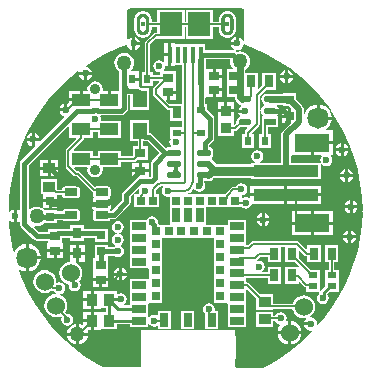
<source format=gtl>
G04*
G04 #@! TF.GenerationSoftware,Altium Limited,Altium Designer,20.2.6 (244)*
G04*
G04 Layer_Physical_Order=1*
G04 Layer_Color=255*
%FSLAX25Y25*%
%MOIN*%
G70*
G04*
G04 #@! TF.SameCoordinates,8D702C91-D224-4EEC-953A-651AC819B964*
G04*
G04*
G04 #@! TF.FilePolarity,Positive*
G04*
G01*
G75*
%ADD11C,0.00787*%
%ADD15R,0.03543X0.03150*%
%ADD16R,0.01575X0.05512*%
%ADD17R,0.03150X0.03543*%
%ADD18R,0.06299X0.03937*%
%ADD19R,0.03543X0.03150*%
%ADD20R,0.04803X0.05512*%
%ADD21R,0.02953X0.03937*%
%ADD22R,0.04528X0.02756*%
%ADD23R,0.02756X0.04528*%
%ADD24R,0.02756X0.04528*%
%ADD25R,0.02756X0.02756*%
%ADD26R,0.04088X0.02118*%
G04:AMPARAMS|DCode=27|XSize=40.88mil|YSize=21.18mil|CornerRadius=10.59mil|HoleSize=0mil|Usage=FLASHONLY|Rotation=180.000|XOffset=0mil|YOffset=0mil|HoleType=Round|Shape=RoundedRectangle|*
%AMROUNDEDRECTD27*
21,1,0.04088,0.00000,0,0,180.0*
21,1,0.01970,0.02118,0,0,180.0*
1,1,0.02118,-0.00985,0.00000*
1,1,0.02118,0.00985,0.00000*
1,1,0.02118,0.00985,0.00000*
1,1,0.02118,-0.00985,0.00000*
%
%ADD27ROUNDEDRECTD27*%
%ADD28R,0.03591X0.03772*%
%ADD29R,0.21654X0.03937*%
%ADD30R,0.11811X0.06299*%
%ADD31R,0.07480X0.07874*%
%ADD32R,0.02756X0.02756*%
%ADD33R,0.02362X0.03150*%
%ADD34R,0.03150X0.02165*%
%ADD35R,0.02362X0.03150*%
%ADD36R,0.03197X0.02987*%
G04:AMPARAMS|DCode=37|XSize=43.31mil|YSize=23.62mil|CornerRadius=2.01mil|HoleSize=0mil|Usage=FLASHONLY|Rotation=180.000|XOffset=0mil|YOffset=0mil|HoleType=Round|Shape=RoundedRectangle|*
%AMROUNDEDRECTD37*
21,1,0.04331,0.01961,0,0,180.0*
21,1,0.03929,0.02362,0,0,180.0*
1,1,0.00402,-0.01965,0.00980*
1,1,0.00402,0.01965,0.00980*
1,1,0.00402,0.01965,-0.00980*
1,1,0.00402,-0.01965,-0.00980*
%
%ADD37ROUNDEDRECTD37*%
G04:AMPARAMS|DCode=38|XSize=47.64mil|YSize=23.23mil|CornerRadius=5.81mil|HoleSize=0mil|Usage=FLASHONLY|Rotation=180.000|XOffset=0mil|YOffset=0mil|HoleType=Round|Shape=RoundedRectangle|*
%AMROUNDEDRECTD38*
21,1,0.04764,0.01161,0,0,180.0*
21,1,0.03602,0.02323,0,0,180.0*
1,1,0.01161,-0.01801,0.00581*
1,1,0.01161,0.01801,0.00581*
1,1,0.01161,0.01801,-0.00581*
1,1,0.01161,-0.01801,-0.00581*
%
%ADD38ROUNDEDRECTD38*%
%ADD39R,0.02756X0.02559*%
%ADD40R,0.04134X0.03543*%
%ADD41R,0.03543X0.02953*%
%ADD42R,0.03858X0.03425*%
%ADD43R,0.03740X0.04134*%
%ADD57R,0.02756X0.03937*%
%ADD58R,0.02756X0.02362*%
%ADD62C,0.03543*%
%ADD64C,0.00600*%
%ADD65C,0.00781*%
%ADD66R,0.00394X0.00394*%
%ADD67C,0.06000*%
%ADD68C,0.01575*%
%ADD69C,0.02362*%
%ADD70C,0.01968*%
%ADD71C,0.01772*%
%ADD72C,0.00781*%
%ADD73C,0.01181*%
%ADD74C,0.03150*%
%ADD75C,0.01000*%
%ADD76C,0.07165*%
%ADD77C,0.01772*%
%ADD78C,0.02362*%
%ADD79C,0.05000*%
G36*
X14008Y120489D02*
X14116Y120481D01*
X14223Y120466D01*
X14330Y120447D01*
X14435Y120421D01*
X14539Y120391D01*
X14641Y120354D01*
X14741Y120313D01*
X14838Y120267D01*
X14933Y120215D01*
X15026Y120158D01*
X15115Y120097D01*
X15201Y120031D01*
X15283Y119961D01*
X15362Y119886D01*
X15436Y119808D01*
X15506Y119726D01*
X15572Y119640D01*
X15633Y119551D01*
X15690Y119458D01*
X15742Y119363D01*
X15788Y119266D01*
X15830Y119166D01*
X15866Y119064D01*
X15897Y118960D01*
X15922Y118855D01*
X15942Y118748D01*
X15956Y118641D01*
X15964Y118533D01*
X15967Y118425D01*
Y116850D01*
Y115275D01*
X15964Y115167D01*
X15956Y115059D01*
X15942Y114952D01*
X15922Y114846D01*
X15897Y114740D01*
X15866Y114637D01*
X15830Y114535D01*
X15788Y114435D01*
X15742Y114337D01*
X15690Y114242D01*
X15633Y114150D01*
X15572Y114060D01*
X15506Y113974D01*
X15436Y113892D01*
X15362Y113814D01*
X15283Y113739D01*
X15201Y113669D01*
X15115Y113603D01*
X15026Y113542D01*
X14933Y113485D01*
X14838Y113434D01*
X14741Y113387D01*
X14641Y113346D01*
X14539Y113310D01*
X14435Y113279D01*
X14330Y113253D01*
X14223Y113234D01*
X14116Y113220D01*
X14008Y113211D01*
X13900Y113208D01*
X13792Y113211D01*
X13684Y113220D01*
X13577Y113234D01*
X13470Y113253D01*
X13365Y113279D01*
X13261Y113310D01*
X13159Y113346D01*
X13059Y113387D01*
X12962Y113434D01*
X12867Y113485D01*
X12774Y113542D01*
X12685Y113603D01*
X12599Y113669D01*
X12517Y113739D01*
X12438Y113814D01*
X12364Y113892D01*
X12294Y113974D01*
X12228Y114060D01*
X12167Y114150D01*
X12110Y114242D01*
X12058Y114337D01*
X12012Y114435D01*
X11970Y114535D01*
X11934Y114637D01*
X11904Y114740D01*
X11878Y114846D01*
X11859Y114952D01*
X11845Y115059D01*
X11836Y115167D01*
X11833Y115275D01*
Y116850D01*
Y118425D01*
X11836Y118533D01*
X11845Y118641D01*
X11859Y118748D01*
X11878Y118855D01*
X11904Y118960D01*
X11934Y119064D01*
X11970Y119166D01*
X12012Y119266D01*
X12058Y119363D01*
X12110Y119458D01*
X12167Y119551D01*
X12228Y119640D01*
X12294Y119726D01*
X12364Y119808D01*
X12438Y119886D01*
X12517Y119961D01*
X12599Y120031D01*
X12685Y120097D01*
X12774Y120158D01*
X12867Y120215D01*
X12962Y120267D01*
X13059Y120313D01*
X13159Y120354D01*
X13261Y120391D01*
X13365Y120421D01*
X13470Y120447D01*
X13577Y120466D01*
X13684Y120481D01*
X13792Y120489D01*
X13900Y120492D01*
X14008Y120489D01*
D02*
G37*
G36*
X-14141D02*
X-14033Y120481D01*
X-13926Y120466D01*
X-13820Y120447D01*
X-13715Y120421D01*
X-13611Y120391D01*
X-13509Y120354D01*
X-13409Y120313D01*
X-13311Y120267D01*
X-13216Y120215D01*
X-13124Y120158D01*
X-13035Y120097D01*
X-12949Y120031D01*
X-12867Y119961D01*
X-12788Y119886D01*
X-12713Y119808D01*
X-12643Y119726D01*
X-12577Y119640D01*
X-12516Y119551D01*
X-12460Y119458D01*
X-12408Y119363D01*
X-12361Y119266D01*
X-12320Y119166D01*
X-12284Y119064D01*
X-12253Y118960D01*
X-12228Y118855D01*
X-12208Y118748D01*
X-12194Y118641D01*
X-12185Y118533D01*
X-12183Y118425D01*
Y116850D01*
Y115275D01*
X-12185Y115167D01*
X-12194Y115059D01*
X-12208Y114952D01*
X-12228Y114846D01*
X-12253Y114740D01*
X-12284Y114637D01*
X-12320Y114535D01*
X-12361Y114435D01*
X-12408Y114337D01*
X-12460Y114242D01*
X-12516Y114150D01*
X-12577Y114060D01*
X-12643Y113974D01*
X-12713Y113892D01*
X-12788Y113814D01*
X-12867Y113739D01*
X-12949Y113669D01*
X-13035Y113603D01*
X-13124Y113542D01*
X-13216Y113485D01*
X-13311Y113434D01*
X-13409Y113387D01*
X-13509Y113346D01*
X-13611Y113310D01*
X-13715Y113279D01*
X-13820Y113253D01*
X-13926Y113234D01*
X-14033Y113220D01*
X-14141Y113211D01*
X-14250Y113208D01*
X-14358Y113211D01*
X-14466Y113220D01*
X-14573Y113234D01*
X-14679Y113253D01*
X-14785Y113279D01*
X-14888Y113310D01*
X-14990Y113346D01*
X-15090Y113387D01*
X-15188Y113434D01*
X-15283Y113485D01*
X-15375Y113542D01*
X-15464Y113603D01*
X-15550Y113669D01*
X-15633Y113739D01*
X-15711Y113814D01*
X-15786Y113892D01*
X-15856Y113974D01*
X-15922Y114060D01*
X-15983Y114150D01*
X-16039Y114242D01*
X-16091Y114337D01*
X-16138Y114435D01*
X-16179Y114535D01*
X-16215Y114637D01*
X-16246Y114740D01*
X-16271Y114846D01*
X-16291Y114952D01*
X-16305Y115059D01*
X-16314Y115167D01*
X-16317Y115275D01*
Y116850D01*
Y118425D01*
X-16314Y118533D01*
X-16305Y118641D01*
X-16291Y118748D01*
X-16271Y118855D01*
X-16246Y118960D01*
X-16215Y119064D01*
X-16179Y119166D01*
X-16138Y119266D01*
X-16091Y119363D01*
X-16039Y119458D01*
X-15983Y119551D01*
X-15922Y119640D01*
X-15856Y119726D01*
X-15786Y119808D01*
X-15711Y119886D01*
X-15633Y119961D01*
X-15550Y120031D01*
X-15464Y120097D01*
X-15375Y120158D01*
X-15283Y120215D01*
X-15188Y120267D01*
X-15090Y120313D01*
X-14990Y120354D01*
X-14888Y120391D01*
X-14785Y120421D01*
X-14679Y120447D01*
X-14573Y120466D01*
X-14466Y120481D01*
X-14358Y120489D01*
X-14250Y120492D01*
X-14141Y120489D01*
D02*
G37*
G36*
X19035Y122163D02*
X19264Y121989D01*
X19339Y121914D01*
X19513Y121685D01*
X19551Y121401D01*
Y111227D01*
X19196Y111192D01*
X19155Y111401D01*
X18673Y112123D01*
X17951Y112605D01*
X17600Y112674D01*
Y110550D01*
X17100D01*
Y110050D01*
X14976D01*
X15045Y109699D01*
X15528Y108978D01*
X16015Y108652D01*
X15877Y108318D01*
X15839Y108326D01*
X6518D01*
Y110354D01*
X-3505D01*
Y110567D01*
X-4793D01*
Y106811D01*
Y103055D01*
X-3505D01*
Y103267D01*
X-1181D01*
Y90259D01*
X-5102D01*
Y90259D01*
X-5428Y90328D01*
X-6584Y91484D01*
X-6449Y91812D01*
X-6400D01*
Y94288D01*
X-5900D01*
Y94788D01*
X-3128D01*
Y96764D01*
X-3341D01*
Y101276D01*
X-7173D01*
X-7314Y101630D01*
X-6946Y102182D01*
X-6793Y102950D01*
X-6707Y103055D01*
X-5793D01*
Y106311D01*
X-7080D01*
Y104509D01*
X-7435Y104405D01*
X-8032Y104804D01*
X-8800Y104957D01*
X-9568Y104804D01*
X-10219Y104369D01*
X-10654Y103718D01*
X-10807Y102950D01*
X-10654Y102182D01*
X-10219Y101531D01*
X-9568Y101096D01*
X-8800Y100943D01*
X-8733Y100956D01*
X-8459Y100732D01*
Y99930D01*
X-10772D01*
Y101012D01*
X-11823D01*
Y110129D01*
X-9781Y112171D01*
X-9427Y112126D01*
Y112126D01*
X-372D01*
Y115933D01*
X22D01*
Y112126D01*
X9077D01*
Y115933D01*
X11030D01*
Y115275D01*
X11032Y115265D01*
X11031Y115254D01*
X11033Y115146D01*
X11038Y115125D01*
X11036Y115104D01*
X11044Y114996D01*
X11050Y114976D01*
X11049Y114954D01*
X11063Y114847D01*
X11069Y114827D01*
X11069Y114806D01*
X11089Y114699D01*
X11097Y114679D01*
X11098Y114658D01*
X11123Y114553D01*
X11132Y114533D01*
X11134Y114512D01*
X11164Y114409D01*
X11174Y114390D01*
X11178Y114369D01*
X11214Y114267D01*
X11225Y114248D01*
X11229Y114227D01*
X11270Y114127D01*
X11282Y114110D01*
X11287Y114089D01*
X11334Y113991D01*
X11347Y113974D01*
X11353Y113954D01*
X11405Y113859D01*
X11418Y113842D01*
X11426Y113822D01*
X11482Y113730D01*
X11497Y113714D01*
X11505Y113695D01*
X11566Y113606D01*
X11581Y113591D01*
X11591Y113572D01*
X11657Y113486D01*
X11673Y113472D01*
X11683Y113453D01*
X11754Y113371D01*
X11770Y113358D01*
X11782Y113340D01*
X11856Y113261D01*
X11874Y113249D01*
X11886Y113231D01*
X11964Y113157D01*
X11982Y113145D01*
X11996Y113129D01*
X12078Y113058D01*
X12096Y113048D01*
X12111Y113032D01*
X12196Y112966D01*
X12216Y112957D01*
X12230Y112942D01*
X12320Y112880D01*
X12339Y112872D01*
X12355Y112857D01*
X12447Y112801D01*
X12467Y112793D01*
X12484Y112780D01*
X12579Y112728D01*
X12599Y112722D01*
X12616Y112709D01*
X12714Y112662D01*
X12734Y112657D01*
X12752Y112645D01*
X12852Y112604D01*
X12873Y112600D01*
X12891Y112589D01*
X12993Y112553D01*
X13014Y112550D01*
X13033Y112540D01*
X13137Y112509D01*
X13158Y112507D01*
X13178Y112498D01*
X13283Y112473D01*
X13304Y112472D01*
X13324Y112464D01*
X13430Y112444D01*
X13452Y112445D01*
X13472Y112438D01*
X13579Y112424D01*
X13600Y112425D01*
X13621Y112419D01*
X13729Y112411D01*
X13750Y112413D01*
X13771Y112409D01*
X13879Y112406D01*
X13900Y112409D01*
X13921Y112406D01*
X14029Y112409D01*
X14050Y112413D01*
X14071Y112411D01*
X14179Y112419D01*
X14200Y112425D01*
X14221Y112424D01*
X14328Y112438D01*
X14348Y112445D01*
X14370Y112444D01*
X14476Y112464D01*
X14496Y112472D01*
X14517Y112473D01*
X14622Y112498D01*
X14642Y112507D01*
X14663Y112509D01*
X14767Y112540D01*
X14786Y112550D01*
X14807Y112553D01*
X14909Y112589D01*
X14927Y112600D01*
X14948Y112604D01*
X15048Y112645D01*
X15066Y112657D01*
X15086Y112662D01*
X15184Y112709D01*
X15201Y112722D01*
X15222Y112728D01*
X15317Y112780D01*
X15333Y112793D01*
X15353Y112801D01*
X15445Y112857D01*
X15461Y112872D01*
X15481Y112880D01*
X15570Y112942D01*
X15585Y112957D01*
X15604Y112966D01*
X15689Y113032D01*
X15704Y113048D01*
X15722Y113058D01*
X15804Y113129D01*
X15818Y113146D01*
X15836Y113157D01*
X15914Y113231D01*
X15927Y113249D01*
X15944Y113261D01*
X16018Y113340D01*
X16030Y113358D01*
X16047Y113371D01*
X16117Y113453D01*
X16127Y113472D01*
X16143Y113486D01*
X16209Y113572D01*
X16219Y113591D01*
X16234Y113606D01*
X16295Y113695D01*
X16304Y113714D01*
X16318Y113730D01*
X16375Y113822D01*
X16382Y113842D01*
X16396Y113859D01*
X16447Y113954D01*
X16454Y113974D01*
X16466Y113991D01*
X16513Y114089D01*
X16518Y114110D01*
X16530Y114127D01*
X16571Y114227D01*
X16576Y114248D01*
X16587Y114267D01*
X16623Y114369D01*
X16626Y114390D01*
X16636Y114409D01*
X16666Y114512D01*
X16668Y114534D01*
X16677Y114553D01*
X16702Y114658D01*
X16703Y114679D01*
X16711Y114699D01*
X16731Y114806D01*
X16731Y114827D01*
X16737Y114847D01*
X16752Y114954D01*
X16750Y114976D01*
X16756Y114996D01*
X16765Y115104D01*
X16762Y115125D01*
X16767Y115146D01*
X16770Y115254D01*
X16768Y115265D01*
X16770Y115275D01*
Y118425D01*
X16768Y118435D01*
X16770Y118446D01*
X16767Y118554D01*
X16762Y118575D01*
X16765Y118596D01*
X16756Y118704D01*
X16750Y118725D01*
X16752Y118746D01*
X16737Y118853D01*
X16731Y118873D01*
X16731Y118895D01*
X16711Y119001D01*
X16703Y119021D01*
X16702Y119042D01*
X16677Y119147D01*
X16668Y119167D01*
X16666Y119188D01*
X16636Y119292D01*
X16626Y119310D01*
X16623Y119332D01*
X16587Y119434D01*
X16576Y119452D01*
X16571Y119473D01*
X16530Y119573D01*
X16518Y119591D01*
X16513Y119611D01*
X16466Y119709D01*
X16454Y119726D01*
X16447Y119746D01*
X16396Y119841D01*
X16382Y119858D01*
X16375Y119878D01*
X16318Y119970D01*
X16304Y119986D01*
X16295Y120005D01*
X16234Y120095D01*
X16219Y120109D01*
X16209Y120129D01*
X16143Y120214D01*
X16127Y120228D01*
X16117Y120247D01*
X16047Y120329D01*
X16030Y120343D01*
X16018Y120361D01*
X15944Y120439D01*
X15927Y120451D01*
X15914Y120469D01*
X15836Y120543D01*
X15818Y120555D01*
X15804Y120571D01*
X15722Y120642D01*
X15704Y120652D01*
X15689Y120668D01*
X15604Y120734D01*
X15585Y120744D01*
X15570Y120759D01*
X15481Y120820D01*
X15461Y120828D01*
X15445Y120843D01*
X15353Y120899D01*
X15333Y120907D01*
X15317Y120921D01*
X15222Y120972D01*
X15201Y120978D01*
X15184Y120991D01*
X15086Y121038D01*
X15066Y121043D01*
X15048Y121055D01*
X14948Y121096D01*
X14927Y121100D01*
X14909Y121111D01*
X14807Y121148D01*
X14786Y121151D01*
X14767Y121160D01*
X14663Y121191D01*
X14642Y121193D01*
X14622Y121202D01*
X14517Y121227D01*
X14496Y121228D01*
X14476Y121236D01*
X14370Y121256D01*
X14348Y121256D01*
X14328Y121262D01*
X14221Y121276D01*
X14200Y121275D01*
X14179Y121281D01*
X14071Y121289D01*
X14050Y121287D01*
X14029Y121292D01*
X13921Y121294D01*
X13900Y121291D01*
X13879Y121294D01*
X13771Y121292D01*
X13750Y121287D01*
X13729Y121289D01*
X13621Y121281D01*
X13600Y121275D01*
X13579Y121276D01*
X13472Y121262D01*
X13452Y121256D01*
X13430Y121256D01*
X13324Y121236D01*
X13304Y121228D01*
X13283Y121227D01*
X13178Y121202D01*
X13158Y121193D01*
X13137Y121191D01*
X13033Y121160D01*
X13014Y121151D01*
X12993Y121148D01*
X12891Y121111D01*
X12873Y121100D01*
X12852Y121096D01*
X12752Y121055D01*
X12734Y121043D01*
X12714Y121038D01*
X12616Y120991D01*
X12599Y120978D01*
X12579Y120972D01*
X12484Y120921D01*
X12467Y120907D01*
X12447Y120899D01*
X12355Y120843D01*
X12339Y120828D01*
X12320Y120820D01*
X12230Y120759D01*
X12216Y120744D01*
X12196Y120734D01*
X12111Y120668D01*
X12096Y120652D01*
X12078Y120642D01*
X11996Y120571D01*
X11982Y120555D01*
X11964Y120543D01*
X11886Y120469D01*
X11874Y120451D01*
X11856Y120439D01*
X11782Y120361D01*
X11770Y120343D01*
X11754Y120329D01*
X11683Y120247D01*
X11673Y120228D01*
X11657Y120214D01*
X11591Y120129D01*
X11581Y120109D01*
X11566Y120095D01*
X11505Y120005D01*
X11497Y119986D01*
X11482Y119970D01*
X11426Y119878D01*
X11418Y119858D01*
X11405Y119841D01*
X11353Y119746D01*
X11347Y119726D01*
X11334Y119709D01*
X11287Y119611D01*
X11282Y119591D01*
X11270Y119573D01*
X11229Y119473D01*
X11225Y119452D01*
X11214Y119434D01*
X11178Y119332D01*
X11174Y119310D01*
X11164Y119292D01*
X11134Y119188D01*
X11132Y119167D01*
X11123Y119147D01*
X11098Y119042D01*
X11097Y119021D01*
X11089Y119001D01*
X11069Y118895D01*
X11069Y118873D01*
X11063Y118853D01*
X11049Y118746D01*
X11050Y118725D01*
X11044Y118704D01*
X11036Y118596D01*
X11038Y118575D01*
X11033Y118554D01*
X11031Y118446D01*
X11032Y118435D01*
X11030Y118425D01*
Y117768D01*
X9077D01*
Y121574D01*
X22D01*
Y117768D01*
X-372D01*
Y121574D01*
X-9427D01*
Y117768D01*
X-11380D01*
Y118425D01*
X-11382Y118435D01*
X-11380Y118446D01*
X-11383Y118554D01*
X-11388Y118575D01*
X-11385Y118596D01*
X-11394Y118704D01*
X-11399Y118725D01*
X-11398Y118746D01*
X-11412Y118853D01*
X-11419Y118873D01*
X-11419Y118895D01*
X-11438Y119001D01*
X-11446Y119021D01*
X-11447Y119042D01*
X-11472Y119147D01*
X-11481Y119167D01*
X-11483Y119188D01*
X-11514Y119292D01*
X-11524Y119310D01*
X-11527Y119332D01*
X-11563Y119434D01*
X-11574Y119452D01*
X-11578Y119473D01*
X-11620Y119573D01*
X-11631Y119591D01*
X-11637Y119611D01*
X-11683Y119709D01*
X-11696Y119726D01*
X-11702Y119746D01*
X-11754Y119841D01*
X-11768Y119858D01*
X-11775Y119878D01*
X-11831Y119970D01*
X-11846Y119986D01*
X-11854Y120005D01*
X-11916Y120095D01*
X-11931Y120109D01*
X-11940Y120129D01*
X-12006Y120214D01*
X-12022Y120229D01*
X-12033Y120247D01*
X-12103Y120329D01*
X-12120Y120343D01*
X-12131Y120361D01*
X-12206Y120439D01*
X-12223Y120451D01*
X-12235Y120469D01*
X-12314Y120543D01*
X-12332Y120555D01*
X-12345Y120571D01*
X-12427Y120642D01*
X-12446Y120652D01*
X-12460Y120668D01*
X-12546Y120734D01*
X-12565Y120744D01*
X-12580Y120759D01*
X-12669Y120820D01*
X-12689Y120828D01*
X-12704Y120843D01*
X-12797Y120899D01*
X-12817Y120907D01*
X-12833Y120921D01*
X-12928Y120972D01*
X-12948Y120978D01*
X-12966Y120991D01*
X-13063Y121038D01*
X-13084Y121043D01*
X-13102Y121055D01*
X-13202Y121096D01*
X-13223Y121100D01*
X-13241Y121111D01*
X-13343Y121148D01*
X-13364Y121151D01*
X-13383Y121160D01*
X-13487Y121191D01*
X-13508Y121193D01*
X-13527Y121202D01*
X-13632Y121227D01*
X-13654Y121228D01*
X-13674Y121236D01*
X-13780Y121256D01*
X-13801Y121256D01*
X-13821Y121262D01*
X-13929Y121276D01*
X-13950Y121275D01*
X-13971Y121281D01*
X-14078Y121289D01*
X-14099Y121287D01*
X-14120Y121292D01*
X-14229Y121294D01*
X-14250Y121291D01*
X-14270Y121294D01*
X-14379Y121292D01*
X-14400Y121287D01*
X-14421Y121289D01*
X-14529Y121281D01*
X-14549Y121275D01*
X-14570Y121276D01*
X-14678Y121262D01*
X-14698Y121256D01*
X-14719Y121256D01*
X-14826Y121236D01*
X-14845Y121228D01*
X-14867Y121227D01*
X-14972Y121202D01*
X-14991Y121193D01*
X-15012Y121191D01*
X-15116Y121160D01*
X-15135Y121151D01*
X-15156Y121148D01*
X-15258Y121111D01*
X-15277Y121100D01*
X-15297Y121096D01*
X-15397Y121055D01*
X-15415Y121043D01*
X-15436Y121038D01*
X-15533Y120991D01*
X-15551Y120978D01*
X-15571Y120972D01*
X-15666Y120921D01*
X-15683Y120907D01*
X-15702Y120899D01*
X-15795Y120843D01*
X-15810Y120828D01*
X-15830Y120820D01*
X-15919Y120759D01*
X-15934Y120744D01*
X-15953Y120734D01*
X-16039Y120668D01*
X-16053Y120652D01*
X-16072Y120642D01*
X-16154Y120571D01*
X-16167Y120555D01*
X-16185Y120543D01*
X-16264Y120469D01*
X-16276Y120451D01*
X-16293Y120439D01*
X-16368Y120361D01*
X-16379Y120343D01*
X-16396Y120329D01*
X-16466Y120247D01*
X-16477Y120228D01*
X-16493Y120214D01*
X-16559Y120129D01*
X-16568Y120109D01*
X-16583Y120095D01*
X-16645Y120005D01*
X-16653Y119986D01*
X-16668Y119970D01*
X-16724Y119878D01*
X-16732Y119858D01*
X-16745Y119841D01*
X-16797Y119746D01*
X-16803Y119726D01*
X-16816Y119709D01*
X-16862Y119611D01*
X-16868Y119591D01*
X-16880Y119573D01*
X-16921Y119473D01*
X-16925Y119452D01*
X-16936Y119434D01*
X-16972Y119332D01*
X-16975Y119310D01*
X-16985Y119292D01*
X-17016Y119188D01*
X-17018Y119167D01*
X-17027Y119147D01*
X-17052Y119042D01*
X-17053Y119021D01*
X-17061Y119001D01*
X-17080Y118895D01*
X-17080Y118873D01*
X-17087Y118853D01*
X-17101Y118746D01*
X-17100Y118725D01*
X-17106Y118704D01*
X-17114Y118596D01*
X-17111Y118575D01*
X-17116Y118554D01*
X-17119Y118446D01*
X-17117Y118435D01*
X-17119Y118425D01*
Y115275D01*
X-17117Y115265D01*
X-17119Y115254D01*
X-17116Y115146D01*
X-17111Y115125D01*
X-17114Y115104D01*
X-17106Y114996D01*
X-17100Y114976D01*
X-17101Y114954D01*
X-17087Y114847D01*
X-17080Y114827D01*
X-17080Y114806D01*
X-17061Y114699D01*
X-17053Y114679D01*
X-17052Y114658D01*
X-17027Y114553D01*
X-17018Y114534D01*
X-17016Y114512D01*
X-16985Y114409D01*
X-16975Y114390D01*
X-16972Y114369D01*
X-16936Y114267D01*
X-16925Y114248D01*
X-16921Y114227D01*
X-16880Y114127D01*
X-16868Y114110D01*
X-16862Y114089D01*
X-16816Y113991D01*
X-16803Y113974D01*
X-16797Y113954D01*
X-16745Y113859D01*
X-16732Y113842D01*
X-16724Y113822D01*
X-16668Y113730D01*
X-16653Y113714D01*
X-16645Y113695D01*
X-16583Y113606D01*
X-16568Y113591D01*
X-16559Y113572D01*
X-16493Y113486D01*
X-16477Y113472D01*
X-16466Y113453D01*
X-16396Y113371D01*
X-16379Y113358D01*
X-16368Y113340D01*
X-16293Y113261D01*
X-16276Y113249D01*
X-16264Y113231D01*
X-16185Y113157D01*
X-16167Y113146D01*
X-16154Y113129D01*
X-16072Y113058D01*
X-16053Y113048D01*
X-16039Y113032D01*
X-15953Y112966D01*
X-15934Y112957D01*
X-15919Y112942D01*
X-15830Y112880D01*
X-15810Y112872D01*
X-15795Y112857D01*
X-15702Y112801D01*
X-15683Y112793D01*
X-15666Y112780D01*
X-15571Y112728D01*
X-15551Y112722D01*
X-15533Y112709D01*
X-15436Y112662D01*
X-15415Y112657D01*
X-15397Y112645D01*
X-15297Y112604D01*
X-15277Y112600D01*
X-15258Y112589D01*
X-15156Y112553D01*
X-15135Y112550D01*
X-15116Y112540D01*
X-15012Y112509D01*
X-14991Y112507D01*
X-14972Y112498D01*
X-14867Y112473D01*
X-14845Y112472D01*
X-14826Y112464D01*
X-14719Y112444D01*
X-14698Y112445D01*
X-14678Y112438D01*
X-14570Y112424D01*
X-14549Y112425D01*
X-14529Y112419D01*
X-14421Y112411D01*
X-14400Y112413D01*
X-14379Y112409D01*
X-14270Y112406D01*
X-14250Y112409D01*
X-14229Y112406D01*
X-14120Y112409D01*
X-14100Y112413D01*
X-14078Y112411D01*
X-13971Y112419D01*
X-13950Y112425D01*
X-13929Y112424D01*
X-13821Y112438D01*
X-13801Y112445D01*
X-13780Y112444D01*
X-13674Y112464D01*
X-13654Y112472D01*
X-13632Y112473D01*
X-13527Y112498D01*
X-13508Y112507D01*
X-13487Y112509D01*
X-13383Y112540D01*
X-13364Y112550D01*
X-13343Y112553D01*
X-13241Y112589D01*
X-13223Y112600D01*
X-13202Y112604D01*
X-13102Y112645D01*
X-13084Y112657D01*
X-13063Y112662D01*
X-12966Y112709D01*
X-12948Y112722D01*
X-12928Y112728D01*
X-12833Y112780D01*
X-12817Y112793D01*
X-12797Y112801D01*
X-12704Y112857D01*
X-12689Y112872D01*
X-12669Y112880D01*
X-12580Y112942D01*
X-12565Y112957D01*
X-12546Y112966D01*
X-12460Y113032D01*
X-12446Y113048D01*
X-12427Y113058D01*
X-12345Y113129D01*
X-12332Y113145D01*
X-12314Y113157D01*
X-12235Y113231D01*
X-12223Y113249D01*
X-12206Y113261D01*
X-12131Y113340D01*
X-12120Y113358D01*
X-12103Y113371D01*
X-12033Y113453D01*
X-12022Y113472D01*
X-12006Y113486D01*
X-11940Y113572D01*
X-11931Y113591D01*
X-11916Y113606D01*
X-11854Y113695D01*
X-11846Y113714D01*
X-11832Y113730D01*
X-11775Y113822D01*
X-11768Y113842D01*
X-11754Y113859D01*
X-11702Y113954D01*
X-11696Y113974D01*
X-11683Y113991D01*
X-11637Y114089D01*
X-11631Y114110D01*
X-11620Y114127D01*
X-11578Y114227D01*
X-11574Y114248D01*
X-11563Y114267D01*
X-11527Y114369D01*
X-11524Y114390D01*
X-11514Y114409D01*
X-11483Y114512D01*
X-11481Y114533D01*
X-11472Y114553D01*
X-11447Y114658D01*
X-11446Y114679D01*
X-11438Y114699D01*
X-11419Y114806D01*
X-11419Y114827D01*
X-11412Y114847D01*
X-11398Y114954D01*
X-11399Y114976D01*
X-11394Y114996D01*
X-11385Y115104D01*
X-11388Y115125D01*
X-11383Y115146D01*
X-11380Y115254D01*
X-11382Y115265D01*
X-11380Y115275D01*
Y115933D01*
X-9427D01*
Y114131D01*
X-10037D01*
X-10388Y114061D01*
X-10686Y113862D01*
X-13390Y111158D01*
X-13589Y110860D01*
X-13658Y110509D01*
Y101012D01*
X-14709D01*
Y96288D01*
X-10772D01*
Y98095D01*
X-8912D01*
X-8765Y97740D01*
X-10549Y95956D01*
X-10748Y95659D01*
X-10818Y95308D01*
Y93502D01*
X-10748Y93151D01*
X-10549Y92853D01*
X-6218Y88522D01*
X-5920Y88324D01*
X-5569Y88254D01*
X-5102D01*
Y84747D01*
X-1181D01*
Y82778D01*
X-5102D01*
Y78841D01*
X-5102D01*
X-5044Y78733D01*
X-5254Y78418D01*
X-5407Y77650D01*
X-5254Y76882D01*
X-4946Y76420D01*
X-5135Y76066D01*
X-5658D01*
X-6192Y75960D01*
X-6562Y75712D01*
X-11258Y80409D01*
X-11717Y80715D01*
X-12111Y80794D01*
Y84920D01*
X-18489D01*
Y77834D01*
X-16018D01*
Y76365D01*
X-17659D01*
Y72938D01*
X-17672Y72925D01*
X-21514D01*
Y74764D01*
X-29388D01*
Y72925D01*
X-30963D01*
Y74764D01*
X-37226D01*
X-37361Y75091D01*
X-34251Y78201D01*
X-34052Y78499D01*
X-33982Y78850D01*
Y79094D01*
X-30963D01*
Y80932D01*
X-29388D01*
Y79094D01*
X-21514D01*
Y84606D01*
X-28034D01*
X-28259Y84880D01*
X-28168Y85336D01*
X-28321Y86104D01*
X-28401Y86224D01*
X-28234Y86536D01*
X-21608D01*
X-21029Y86651D01*
X-20537Y86980D01*
X-19557Y87960D01*
X-19557Y87960D01*
X-19229Y88451D01*
X-19113Y89031D01*
X-19113Y89031D01*
Y93278D01*
X-18489D01*
Y88463D01*
X-12111D01*
Y95550D01*
X-14820D01*
X-15134Y95864D01*
X-15626Y96192D01*
X-15678Y96203D01*
Y98150D01*
X-17859D01*
Y99150D01*
X-15678D01*
Y101225D01*
X-18230D01*
X-18344Y101560D01*
X-18155Y101706D01*
X-17628Y102392D01*
X-17297Y103192D01*
X-17184Y104050D01*
X-17297Y104908D01*
X-17628Y105708D01*
X-18155Y106395D01*
X-18842Y106922D01*
X-19642Y107253D01*
X-20500Y107366D01*
X-21358Y107253D01*
X-22158Y106922D01*
X-22844Y106395D01*
X-23371Y105708D01*
X-23703Y104908D01*
X-23816Y104050D01*
X-23703Y103192D01*
X-23371Y102392D01*
X-22844Y101706D01*
X-22228Y101233D01*
Y96267D01*
Y94661D01*
X-24951D01*
Y91693D01*
X-25951D01*
Y94661D01*
X-27401D01*
X-27626Y94935D01*
X-27566Y95236D01*
X-27765Y96234D01*
X-28330Y97081D01*
X-29177Y97646D01*
X-30176Y97845D01*
X-31174Y97646D01*
X-32021Y97081D01*
X-32586Y96234D01*
X-32785Y95236D01*
X-32725Y94935D01*
X-32950Y94661D01*
X-34400D01*
Y91693D01*
X-34900D01*
Y91193D01*
X-39050D01*
Y90781D01*
X-39404Y90490D01*
X-39418Y90493D01*
Y88368D01*
X-39918D01*
Y87868D01*
X-42043D01*
X-41973Y87517D01*
X-41491Y86796D01*
X-40769Y86314D01*
X-40562Y86273D01*
X-40459Y85934D01*
X-48432Y77960D01*
X-48600Y78050D01*
X-50400D01*
Y76250D01*
X-50310Y76082D01*
X-54871Y71521D01*
X-55199Y71030D01*
X-55315Y70450D01*
Y55040D01*
X-55669Y54851D01*
X-56049Y55105D01*
X-56400Y55174D01*
Y53050D01*
Y50926D01*
X-56049Y50995D01*
X-55669Y51249D01*
X-55315Y51060D01*
Y50427D01*
X-55199Y49847D01*
X-54871Y49355D01*
X-50762Y45246D01*
X-50762Y45246D01*
X-50270Y44918D01*
X-49691Y44802D01*
X-49691Y44802D01*
X-46137D01*
X-45886Y44552D01*
X-45886Y44142D01*
X-46099Y43876D01*
X-46099Y43770D01*
Y41883D01*
X-40901D01*
Y43770D01*
X-40901Y43876D01*
X-41114Y44142D01*
X-41114Y44231D01*
Y45782D01*
X-38462D01*
Y44737D01*
X-33738D01*
Y45782D01*
X-30365D01*
Y44441D01*
X-26035D01*
Y48575D01*
X-28326D01*
X-28508Y48696D01*
X-29087Y48812D01*
X-33738D01*
Y49856D01*
X-38462D01*
Y48812D01*
X-42416D01*
X-42995Y48696D01*
X-43142Y48598D01*
X-45886D01*
Y47832D01*
X-49063D01*
X-50526Y49295D01*
X-50361Y49631D01*
X-49627Y49534D01*
X-48768Y49647D01*
X-47969Y49979D01*
X-47282Y50506D01*
X-47113Y50726D01*
X-43035D01*
Y51687D01*
X-40849D01*
X-40568Y51499D01*
X-40183Y51422D01*
X-36253D01*
X-35868Y51499D01*
X-35541Y51717D01*
X-35323Y52044D01*
X-35246Y52430D01*
Y54390D01*
X-35323Y54776D01*
X-35541Y55103D01*
X-35868Y55321D01*
X-36253Y55398D01*
X-40183D01*
X-40568Y55321D01*
X-40895Y55103D01*
X-41113Y54776D01*
X-41165Y54516D01*
X-43035D01*
Y54860D01*
X-47025D01*
X-47282Y55195D01*
X-47725Y55535D01*
X-47546Y55798D01*
X-47482Y55828D01*
X-47240Y55828D01*
X-45700D01*
Y57608D01*
X-47578D01*
Y56173D01*
X-47578Y55940D01*
X-47863Y55701D01*
X-47969Y55722D01*
X-48014Y55740D01*
X-48768Y56053D01*
X-49627Y56166D01*
X-50485Y56053D01*
X-51285Y55722D01*
X-51931Y55226D01*
X-52285Y55306D01*
Y69823D01*
X-39164Y82943D01*
X-38837Y82808D01*
Y79094D01*
X-36417D01*
X-36281Y78767D01*
X-39786Y75262D01*
X-39985Y74964D01*
X-40055Y74613D01*
Y69589D01*
X-39985Y69238D01*
X-39786Y68940D01*
X-37340Y66494D01*
X-37042Y66295D01*
X-36691Y66225D01*
X-36373D01*
X-31161Y61013D01*
X-30954Y60875D01*
Y59910D01*
X-30877Y59524D01*
X-30659Y59197D01*
X-30802Y59003D01*
X-30812Y58996D01*
X-31078Y58599D01*
X-31171Y58130D01*
Y57650D01*
X-24793D01*
Y58130D01*
X-24886Y58599D01*
X-25152Y58996D01*
X-25162Y59003D01*
X-25305Y59197D01*
X-25086Y59524D01*
X-25010Y59910D01*
Y61871D01*
X-25086Y62256D01*
X-25305Y62583D01*
X-25632Y62801D01*
X-26017Y62878D01*
X-29946D01*
X-30332Y62801D01*
X-30345Y62793D01*
X-35344Y67791D01*
X-35641Y67990D01*
X-35992Y68060D01*
X-36311D01*
X-37175Y68924D01*
X-37039Y69252D01*
X-32907D01*
X-32683Y68978D01*
X-32785Y68464D01*
X-32586Y67466D01*
X-32021Y66619D01*
X-31174Y66054D01*
X-30176Y65855D01*
X-29177Y66054D01*
X-28330Y66619D01*
X-27765Y67466D01*
X-27566Y68464D01*
X-27668Y68978D01*
X-27444Y69252D01*
X-21514D01*
Y71090D01*
X-17292D01*
X-16941Y71160D01*
X-16643Y71359D01*
X-16361Y71641D01*
X-12541D01*
Y76365D01*
X-14182D01*
Y77834D01*
X-12684D01*
X-8800Y73950D01*
X-11300Y71450D01*
X-11607Y70991D01*
X-11715Y70450D01*
Y66259D01*
X-11808Y66165D01*
X-12328D01*
Y67597D01*
X-17872D01*
Y65522D01*
X-16847D01*
X-16712Y65195D01*
X-20800Y61107D01*
X-21107Y60648D01*
X-21215Y60106D01*
Y58236D01*
X-24626Y54825D01*
X-25119D01*
X-25305Y55103D01*
X-25162Y55297D01*
X-25152Y55304D01*
X-24886Y55701D01*
X-24793Y56170D01*
Y56650D01*
X-31171D01*
Y56170D01*
X-31078Y55701D01*
X-30812Y55304D01*
X-30802Y55297D01*
X-30659Y55103D01*
X-30877Y54776D01*
X-30954Y54390D01*
Y52430D01*
X-30877Y52044D01*
X-30659Y51717D01*
X-30332Y51499D01*
X-29946Y51422D01*
X-26017D01*
X-25632Y51499D01*
X-25305Y51717D01*
X-25119Y51995D01*
X-24040D01*
X-23499Y52103D01*
X-23040Y52410D01*
X-18800Y56650D01*
X-18493Y57109D01*
X-18385Y57650D01*
Y59521D01*
X-15769Y62137D01*
X-15443Y61962D01*
X-15561Y61369D01*
X-15442Y60772D01*
X-15753Y60423D01*
X-15839Y60277D01*
X-15856Y60251D01*
X-17150D01*
Y55920D01*
X-8882D01*
Y60251D01*
X-10037D01*
Y60632D01*
X-10044Y60666D01*
X-9872Y61534D01*
X-9361Y62298D01*
X-8597Y62809D01*
X-7771Y62973D01*
X-7677Y62892D01*
X-7658Y62860D01*
X-7581Y62620D01*
X-7861Y62200D01*
X-8014Y61432D01*
X-7861Y60664D01*
X-7426Y60013D01*
X-6775Y59578D01*
X-6007Y59425D01*
X-5612Y59503D01*
X-5339Y59279D01*
Y55920D01*
Y50369D01*
X-5339Y50212D01*
X-5611Y50015D01*
X-7898Y50015D01*
X-8252Y50015D01*
X-8700D01*
X-9040Y50045D01*
X-9155Y50625D01*
X-9219Y50720D01*
X-9193Y50850D01*
X-9346Y51618D01*
X-9781Y52269D01*
X-10432Y52704D01*
X-11200Y52857D01*
X-11968Y52704D01*
X-12619Y52269D01*
X-12942Y51786D01*
X-18528D01*
Y47456D01*
Y43519D01*
Y39582D01*
Y35645D01*
X-12583D01*
X-12425Y35645D01*
X-12228Y35372D01*
Y33046D01*
X-12228Y32692D01*
X-12228Y32374D01*
X-12425Y32101D01*
X-12583Y32101D01*
X-18528D01*
Y27771D01*
Y23183D01*
X-20612D01*
X-20719Y23538D01*
X-20281Y23831D01*
X-19846Y24482D01*
X-19693Y25250D01*
X-19846Y26018D01*
X-20281Y26669D01*
X-20932Y27104D01*
X-21700Y27257D01*
X-22468Y27104D01*
X-22530Y27063D01*
X-22842Y27230D01*
Y27904D01*
X-28072Y27904D01*
X-28339Y28117D01*
X-28424Y28117D01*
X-30709D01*
Y25050D01*
Y21983D01*
X-28339Y21983D01*
X-28072Y22196D01*
X-27984Y22196D01*
X-26621D01*
Y20904D01*
X-28072Y20904D01*
X-28339Y21117D01*
X-28424Y21117D01*
X-30709D01*
Y18050D01*
Y14983D01*
X-28339Y14983D01*
X-28072Y15196D01*
X-27984Y15196D01*
X-22842D01*
Y17003D01*
X-18528D01*
Y15959D01*
X-12425D01*
Y16850D01*
X-12071Y16958D01*
X-11919Y16731D01*
X-11268Y16296D01*
X-10500Y16143D01*
X-9732Y16296D01*
X-9588Y16392D01*
X-9275Y16225D01*
Y15369D01*
X-4945D01*
Y21471D01*
X-9275D01*
Y20075D01*
X-9588Y19908D01*
X-9732Y20004D01*
X-10500Y20157D01*
X-11268Y20004D01*
X-11919Y19569D01*
X-12071Y19342D01*
X-12425Y19450D01*
Y23758D01*
X-12311Y23916D01*
X-12152Y24030D01*
X-12071Y24030D01*
X-7898D01*
Y28007D01*
X-7898Y28361D01*
X-7898Y28716D01*
Y32337D01*
X-7898Y32692D01*
X-7898Y33046D01*
Y36668D01*
X-7898Y37023D01*
X-7898Y37377D01*
Y41353D01*
Y45330D01*
X-7897Y45684D01*
X-7543Y45684D01*
X-3921D01*
X-3567Y45684D01*
X-3212Y45684D01*
X4740D01*
X5095Y45684D01*
X5449Y45684D01*
X9071D01*
X9425Y45684D01*
X9425Y45330D01*
Y41353D01*
Y37377D01*
X9425Y37023D01*
X9425Y36668D01*
Y33046D01*
X9425Y32692D01*
X9425Y32337D01*
Y28716D01*
X9425Y28361D01*
X9425Y28007D01*
Y24030D01*
X13680Y24030D01*
X13838Y23916D01*
X13953Y23758D01*
Y19897D01*
Y15959D01*
X20055D01*
Y19897D01*
Y23834D01*
Y28493D01*
X20382Y28629D01*
X23446Y25566D01*
Y21745D01*
X29154D01*
Y21915D01*
X35590D01*
X35610Y21761D01*
X35992Y20840D01*
X36599Y20049D01*
X37390Y19442D01*
X38311Y19060D01*
X39300Y18930D01*
X39985Y19020D01*
X40113Y18680D01*
X40028Y18623D01*
X39546Y17901D01*
X39476Y17550D01*
X41600D01*
Y16550D01*
X39476D01*
X39546Y16199D01*
X40028Y15478D01*
X40749Y14996D01*
X41600Y14826D01*
X42074Y14920D01*
X42253Y14595D01*
X40881Y13156D01*
X37827Y10357D01*
X34593Y7769D01*
X31191Y5405D01*
X27639Y3275D01*
X25795Y2332D01*
X16600Y2373D01*
Y14979D01*
X-15000D01*
Y2767D01*
X-15251Y2517D01*
X-27453Y2572D01*
X-29626Y3702D01*
X-33773Y6312D01*
X-37690Y9255D01*
X-40010Y11317D01*
X-41685Y12865D01*
X-44827Y16264D01*
X-47692Y19899D01*
X-50264Y23748D01*
X-52526Y27787D01*
X-54464Y31991D01*
X-55572Y34995D01*
X-55287Y35205D01*
X-55211Y35147D01*
X-54096Y34685D01*
X-53400Y34594D01*
Y39150D01*
Y43707D01*
X-54096Y43615D01*
X-55211Y43153D01*
X-56168Y42419D01*
X-56903Y41461D01*
X-57033Y41148D01*
X-57401Y41185D01*
X-58225Y45328D01*
X-58769Y49925D01*
X-58827Y51394D01*
X-58490Y51504D01*
X-58472Y51478D01*
X-57751Y50995D01*
X-57400Y50926D01*
Y53050D01*
Y55174D01*
X-57751Y55105D01*
X-58472Y54623D01*
X-58609Y54419D01*
X-58950Y54515D01*
X-58951Y54550D01*
X-58769Y59175D01*
X-58225Y63772D01*
X-57322Y68312D01*
X-56066Y72767D01*
X-54464Y77110D01*
X-52526Y81313D01*
X-50264Y85352D01*
X-47692Y89201D01*
X-44827Y92836D01*
X-41685Y96235D01*
X-38286Y99377D01*
X-35834Y101309D01*
X-35512Y101112D01*
X-35524Y101050D01*
X-31276D01*
X-31345Y101401D01*
X-31827Y102123D01*
X-32549Y102605D01*
X-33259Y102746D01*
X-33336Y103120D01*
X-30802Y104814D01*
X-26763Y107076D01*
X-22559Y109014D01*
X-19895Y109996D01*
X-19573Y109895D01*
X-19485Y109851D01*
X-19455Y109699D01*
X-18972Y108978D01*
X-18251Y108496D01*
X-17900Y108426D01*
Y110550D01*
Y112674D01*
X-18251Y112605D01*
X-18972Y112123D01*
X-19111Y111915D01*
X-19451Y112017D01*
Y121702D01*
X-19000Y122153D01*
X-18992Y122156D01*
X-18651Y122201D01*
X18751D01*
X19035Y122163D01*
D02*
G37*
G36*
X19747Y110116D02*
X20011Y110006D01*
X19994Y109960D01*
X22560Y109014D01*
X26763Y107076D01*
X30802Y104814D01*
X34651Y102242D01*
X38286Y99377D01*
X41685Y96235D01*
X44827Y92836D01*
X47692Y89201D01*
X48325Y88254D01*
X48037Y88047D01*
X47368Y88919D01*
X46411Y89653D01*
X45296Y90115D01*
X44600Y90206D01*
Y86150D01*
X48656D01*
X48565Y86846D01*
X48117Y87928D01*
X48431Y88095D01*
X50264Y85352D01*
X52526Y81313D01*
X54464Y77110D01*
X56066Y72767D01*
X57322Y68312D01*
X58225Y63772D01*
X58769Y59175D01*
X58937Y54899D01*
X58878Y54652D01*
X58852Y54551D01*
X58852Y54550D01*
Y54550D01*
X58852Y54549D01*
X58878Y54448D01*
X58937Y54201D01*
X58769Y49925D01*
X58260Y45624D01*
X58243Y45513D01*
X57325Y41474D01*
X56138Y37505D01*
X54687Y33625D01*
X52978Y29852D01*
X51020Y26202D01*
X48820Y22692D01*
X46390Y19337D01*
X44091Y16576D01*
X43761Y16734D01*
X43824Y17050D01*
X43655Y17901D01*
X43173Y18623D01*
X42451Y19105D01*
X41600Y19274D01*
X41564Y19267D01*
X41414Y19598D01*
X42001Y20049D01*
X42608Y20840D01*
X42990Y21761D01*
X43120Y22750D01*
X42990Y23739D01*
X42608Y24660D01*
X42001Y25451D01*
X41210Y26058D01*
X40289Y26440D01*
X39300Y26570D01*
X38311Y26440D01*
X37390Y26058D01*
X36599Y25451D01*
X35992Y24660D01*
X35615Y23750D01*
X29154D01*
Y26864D01*
X24744D01*
X21022Y30585D01*
X20725Y30784D01*
X20373Y30854D01*
X20055D01*
Y32333D01*
X27283D01*
Y30494D01*
X31811D01*
Y36006D01*
X27283D01*
Y34168D01*
X25614D01*
X25507Y34522D01*
X25819Y34731D01*
X26254Y35382D01*
X26407Y36150D01*
X26254Y36918D01*
X25819Y37569D01*
X25168Y38004D01*
X24400Y38157D01*
X23902Y38058D01*
X23727Y38385D01*
X24786Y39443D01*
X27283D01*
Y37594D01*
X31811D01*
Y42832D01*
X33189D01*
Y37594D01*
X36419D01*
X37653Y36360D01*
X37506Y36006D01*
X33189D01*
Y30494D01*
X37717D01*
Y30873D01*
X38044Y31009D01*
X39578Y29474D01*
X39876Y29275D01*
X39988Y29253D01*
Y27808D01*
X44299D01*
X44602Y27479D01*
X44582Y27270D01*
X44281Y27069D01*
X43846Y26418D01*
X43693Y25650D01*
X43846Y24882D01*
X44281Y24231D01*
X44932Y23796D01*
X45700Y23643D01*
X46468Y23796D01*
X47119Y24231D01*
X47554Y24882D01*
X47707Y25650D01*
X47554Y26418D01*
X47125Y27060D01*
X47874Y27808D01*
X51012D01*
Y31352D01*
Y35092D01*
X49571D01*
Y37694D01*
X50917D01*
Y43206D01*
X46389D01*
Y37694D01*
X47735D01*
Y35092D01*
X46288D01*
Y31352D01*
Y29395D01*
X45168Y28275D01*
X45067Y28124D01*
X44713Y28231D01*
Y31352D01*
Y35092D01*
X41517D01*
X37717Y38892D01*
Y41308D01*
X38044Y41444D01*
X38388Y41100D01*
X38388Y41100D01*
X39687Y39801D01*
X39984Y39602D01*
X40336Y39533D01*
X40483D01*
Y37694D01*
X45011D01*
Y43206D01*
X40483D01*
Y42063D01*
X40156Y41927D01*
X39686Y42398D01*
X39686Y42398D01*
X37684Y44399D01*
X37387Y44598D01*
X37036Y44668D01*
X22500D01*
X22149Y44598D01*
X21851Y44399D01*
X20720Y43268D01*
X20055D01*
Y47456D01*
Y51786D01*
X13953D01*
Y50287D01*
X13756Y50015D01*
X13599Y50015D01*
X9780D01*
X9425Y50015D01*
X9071Y50015D01*
X7139D01*
X6866Y50212D01*
X6866Y50369D01*
Y55920D01*
X18677D01*
X18677Y55920D01*
Y55920D01*
X18980Y55787D01*
X19266Y55596D01*
X20034Y55443D01*
X20802Y55596D01*
X21454Y56031D01*
X21889Y56682D01*
X21981Y57145D01*
X32842D01*
Y59613D01*
X21515D01*
Y59254D01*
X21161Y59065D01*
X20802Y59304D01*
X20034Y59457D01*
X19266Y59304D01*
X18990Y59119D01*
X18677Y59287D01*
Y59868D01*
X19319Y59996D01*
X19970Y60431D01*
X20405Y61082D01*
X20558Y61850D01*
X20405Y62618D01*
X19970Y63269D01*
X19319Y63704D01*
X18551Y63857D01*
X17783Y63704D01*
X17132Y63269D01*
X16796Y62768D01*
X15700D01*
X15349Y62698D01*
X15051Y62499D01*
X13316Y60763D01*
X13316Y60763D01*
X13004Y60452D01*
X12870Y60251D01*
X842D01*
X772Y60605D01*
X1318Y60831D01*
X2183Y61495D01*
X2555Y61980D01*
X2909Y61968D01*
X3138Y61625D01*
X3789Y61190D01*
X4558Y61037D01*
X5325Y61190D01*
X5977Y61625D01*
X6412Y62276D01*
X6565Y63044D01*
X6412Y63812D01*
X6161Y64187D01*
Y64634D01*
X7826D01*
X8360Y64741D01*
X8813Y65043D01*
X9115Y65495D01*
X9140Y65620D01*
X9395Y65875D01*
X9924Y65770D01*
X21728D01*
Y65231D01*
X44956D01*
Y70379D01*
X45310Y70486D01*
X45481Y70231D01*
X46132Y69796D01*
X46900Y69643D01*
X47668Y69796D01*
X48319Y70231D01*
X48754Y70882D01*
X48907Y71650D01*
X48754Y72418D01*
X48411Y72932D01*
X48584Y73286D01*
X49106D01*
Y76936D01*
X42700D01*
Y73286D01*
X45216D01*
X45389Y72932D01*
X45046Y72418D01*
X44893Y71650D01*
X45007Y71076D01*
X44748Y70747D01*
X44740Y70743D01*
X35115D01*
Y73006D01*
X35295Y73286D01*
X41700D01*
Y77436D01*
X42200D01*
Y77936D01*
X49106D01*
Y81586D01*
X46913D01*
X46793Y81940D01*
X47368Y82382D01*
X48103Y83339D01*
X48565Y84454D01*
X48656Y85150D01*
X44100D01*
Y85650D01*
X43600D01*
Y90206D01*
X42904Y90115D01*
X41789Y89653D01*
X40832Y88919D01*
X40097Y87961D01*
X39719Y87049D01*
X39365Y87120D01*
Y88656D01*
X39242Y89275D01*
X38892Y89799D01*
X36765Y91925D01*
Y93971D01*
X32435D01*
Y93664D01*
X29629D01*
X29083Y93773D01*
X27113D01*
X26392Y93629D01*
X25782Y93221D01*
X25374Y92611D01*
X25230Y91890D01*
X25374Y91170D01*
X25782Y90559D01*
X26078Y90361D01*
Y89935D01*
X25628Y89635D01*
X25173Y88954D01*
X25025Y88210D01*
X24671Y88245D01*
Y92843D01*
X26922Y95094D01*
X30017D01*
Y100606D01*
X25489D01*
Y96527D01*
X24438Y95476D01*
X24111Y95612D01*
Y100606D01*
X19916D01*
Y101800D01*
X20445Y102206D01*
X20972Y102892D01*
X21303Y103692D01*
X21416Y104550D01*
X21303Y105408D01*
X20972Y106208D01*
X20445Y106895D01*
X19758Y107422D01*
X18958Y107753D01*
X18100Y107866D01*
X17242Y107753D01*
X17099Y107694D01*
X16911Y107882D01*
X16653Y108054D01*
X16792Y108388D01*
X17100Y108326D01*
X17951Y108496D01*
X18673Y108978D01*
X19155Y109699D01*
X19278Y110321D01*
X19647Y110357D01*
X19747Y110116D01*
D02*
G37*
G36*
X14847Y105029D02*
X14784Y104550D01*
X14897Y103692D01*
X15228Y102892D01*
X15709Y102267D01*
X15609Y101912D01*
X13618D01*
Y97188D01*
Y92794D01*
X16284D01*
Y92601D01*
X16422Y91906D01*
X16816Y91317D01*
X17008Y91125D01*
X17386Y90559D01*
X17997Y90151D01*
X18446Y90062D01*
X18521Y89685D01*
X18128Y89423D01*
X17646Y88701D01*
X17576Y88350D01*
X19700D01*
Y87350D01*
X17576D01*
X17646Y86999D01*
X17975Y86506D01*
X17996Y86168D01*
X17874Y86067D01*
X17386Y85741D01*
X16978Y85130D01*
X16835Y84410D01*
X16932Y83922D01*
X16337Y83328D01*
X15983Y83474D01*
X15983Y84860D01*
X16196Y85126D01*
X16196Y85228D01*
Y87512D01*
X10605D01*
Y85228D01*
X10605Y85126D01*
X10817Y84860D01*
X10817Y84772D01*
Y79614D01*
X15983D01*
Y81370D01*
X16596D01*
X16947Y81440D01*
X17244Y81639D01*
X18230Y82624D01*
X18718Y82527D01*
X20443D01*
X20590Y82173D01*
X19929Y81512D01*
X19710Y81183D01*
X19633Y80796D01*
Y80312D01*
X18677D01*
Y75588D01*
X22614D01*
Y80312D01*
X22096D01*
X21949Y80667D01*
X24374Y83092D01*
X24594Y83420D01*
X24671Y83808D01*
Y88055D01*
X25025Y88090D01*
X25173Y87347D01*
X25628Y86666D01*
X25734Y86595D01*
X25631Y86256D01*
X25267D01*
Y82564D01*
X25437D01*
Y80312D01*
X24386D01*
Y75588D01*
X28323D01*
Y80312D01*
X27272D01*
Y82564D01*
X30929D01*
Y86256D01*
X30565D01*
X30462Y86595D01*
X30567Y86666D01*
X31022Y87347D01*
X31082Y87650D01*
X28098D01*
Y88650D01*
X31082D01*
X31022Y88954D01*
X30567Y89635D01*
X30479Y89693D01*
X30582Y90032D01*
X32435D01*
Y89641D01*
X34481D01*
X35122Y88999D01*
X35100Y88946D01*
Y86294D01*
X34600D01*
Y85794D01*
X32222D01*
Y83916D01*
X34405D01*
X34512Y83562D01*
X34418Y83499D01*
X32358Y81439D01*
X32008Y80915D01*
X31885Y80296D01*
Y70743D01*
X24928D01*
X24820Y71097D01*
X25319Y71431D01*
X25754Y72082D01*
X25907Y72850D01*
X25754Y73618D01*
X25319Y74269D01*
X24668Y74704D01*
X23900Y74857D01*
X23132Y74704D01*
X22481Y74269D01*
X22046Y73618D01*
X21893Y72850D01*
X22046Y72082D01*
X22481Y71431D01*
X22980Y71097D01*
X22873Y70743D01*
X21728D01*
Y70205D01*
X10275D01*
X9140Y71340D01*
X9115Y71465D01*
X8813Y71917D01*
X8678Y72007D01*
Y72433D01*
X8813Y72523D01*
X9115Y72976D01*
X9221Y73510D01*
Y74671D01*
X9115Y75205D01*
X8813Y75657D01*
X8360Y75960D01*
X7856Y76060D01*
Y76661D01*
X9059Y77864D01*
X9388Y78356D01*
X9503Y78936D01*
X9503Y78936D01*
Y85436D01*
X9388Y86016D01*
X9059Y86507D01*
X7102Y88464D01*
Y90259D01*
X6452D01*
Y92355D01*
X6712Y92582D01*
X6806Y92582D01*
X8984D01*
Y95156D01*
X9484D01*
Y95656D01*
X12256D01*
Y96975D01*
Y99050D01*
X9484D01*
Y99550D01*
X8984D01*
Y102125D01*
X6712Y102125D01*
X6615Y102439D01*
Y104982D01*
X6607Y105022D01*
X6832Y105296D01*
X14614D01*
X14847Y105029D01*
D02*
G37*
%LPC*%
G36*
X13900Y119311D02*
X13854Y119309D01*
X13807Y119306D01*
X13761Y119300D01*
X13716Y119291D01*
X13671Y119281D01*
X13626Y119267D01*
X13583Y119252D01*
X13540Y119234D01*
X13498Y119214D01*
X13457Y119192D01*
X13418Y119168D01*
X13379Y119142D01*
X13343Y119113D01*
X13307Y119083D01*
X13274Y119051D01*
X13242Y119018D01*
X13212Y118982D01*
X13183Y118946D01*
X13157Y118907D01*
X13133Y118868D01*
X13111Y118827D01*
X13091Y118785D01*
X13073Y118742D01*
X13058Y118699D01*
X13044Y118654D01*
X13034Y118609D01*
X13025Y118563D01*
X13019Y118517D01*
X13015Y118471D01*
X13014Y118425D01*
Y116850D01*
Y115275D01*
X13015Y115229D01*
X13019Y115183D01*
X13025Y115137D01*
X13034Y115091D01*
X13044Y115046D01*
X13058Y115002D01*
X13073Y114958D01*
X13091Y114915D01*
X13111Y114873D01*
X13133Y114832D01*
X13157Y114793D01*
X13183Y114755D01*
X13212Y114718D01*
X13242Y114683D01*
X13274Y114649D01*
X13307Y114617D01*
X13343Y114587D01*
X13379Y114559D01*
X13418Y114532D01*
X13457Y114508D01*
X13498Y114486D01*
X13540Y114466D01*
X13583Y114448D01*
X13626Y114433D01*
X13671Y114420D01*
X13716Y114409D01*
X13761Y114400D01*
X13807Y114394D01*
X13854Y114391D01*
X13900Y114390D01*
X13946Y114391D01*
X13993Y114394D01*
X14039Y114400D01*
X14084Y114409D01*
X14129Y114420D01*
X14174Y114433D01*
X14218Y114448D01*
X14260Y114466D01*
X14302Y114486D01*
X14343Y114508D01*
X14382Y114532D01*
X14421Y114559D01*
X14457Y114587D01*
X14493Y114617D01*
X14526Y114649D01*
X14558Y114683D01*
X14589Y114718D01*
X14617Y114755D01*
X14643Y114793D01*
X14667Y114832D01*
X14689Y114873D01*
X14709Y114915D01*
X14727Y114958D01*
X14742Y115002D01*
X14756Y115046D01*
X14766Y115091D01*
X14775Y115137D01*
X14781Y115183D01*
X14785Y115229D01*
X14786Y115275D01*
Y116850D01*
Y118425D01*
X14785Y118471D01*
X14781Y118517D01*
X14775Y118563D01*
X14766Y118609D01*
X14756Y118654D01*
X14742Y118699D01*
X14727Y118742D01*
X14709Y118785D01*
X14689Y118827D01*
X14667Y118868D01*
X14643Y118907D01*
X14617Y118946D01*
X14589Y118982D01*
X14558Y119018D01*
X14526Y119051D01*
X14493Y119083D01*
X14457Y119113D01*
X14421Y119142D01*
X14382Y119168D01*
X14343Y119192D01*
X14302Y119214D01*
X14260Y119234D01*
X14218Y119252D01*
X14174Y119267D01*
X14129Y119281D01*
X14084Y119291D01*
X14039Y119300D01*
X13993Y119306D01*
X13946Y119309D01*
X13900Y119311D01*
D02*
G37*
G36*
X-14250D02*
X-14296Y119309D01*
X-14342Y119306D01*
X-14388Y119300D01*
X-14434Y119291D01*
X-14479Y119281D01*
X-14523Y119267D01*
X-14567Y119252D01*
X-14610Y119234D01*
X-14652Y119214D01*
X-14692Y119192D01*
X-14732Y119168D01*
X-14770Y119142D01*
X-14807Y119113D01*
X-14842Y119083D01*
X-14876Y119051D01*
X-14908Y119018D01*
X-14938Y118982D01*
X-14966Y118946D01*
X-14992Y118907D01*
X-15017Y118868D01*
X-15039Y118827D01*
X-15059Y118785D01*
X-15077Y118742D01*
X-15092Y118699D01*
X-15105Y118654D01*
X-15116Y118609D01*
X-15124Y118563D01*
X-15131Y118517D01*
X-15134Y118471D01*
X-15135Y118425D01*
Y116850D01*
Y115275D01*
X-15134Y115229D01*
X-15131Y115183D01*
X-15124Y115137D01*
X-15116Y115091D01*
X-15105Y115046D01*
X-15092Y115002D01*
X-15077Y114958D01*
X-15059Y114915D01*
X-15039Y114873D01*
X-15017Y114832D01*
X-14992Y114793D01*
X-14966Y114755D01*
X-14938Y114718D01*
X-14908Y114683D01*
X-14876Y114649D01*
X-14842Y114617D01*
X-14807Y114587D01*
X-14770Y114559D01*
X-14732Y114532D01*
X-14692Y114508D01*
X-14652Y114486D01*
X-14610Y114466D01*
X-14567Y114448D01*
X-14523Y114433D01*
X-14479Y114420D01*
X-14434Y114409D01*
X-14388Y114400D01*
X-14342Y114394D01*
X-14296Y114391D01*
X-14250Y114390D01*
X-14203Y114391D01*
X-14157Y114394D01*
X-14111Y114400D01*
X-14065Y114409D01*
X-14020Y114420D01*
X-13976Y114433D01*
X-13932Y114448D01*
X-13889Y114466D01*
X-13847Y114486D01*
X-13807Y114508D01*
X-13767Y114532D01*
X-13729Y114559D01*
X-13692Y114587D01*
X-13657Y114617D01*
X-13623Y114649D01*
X-13591Y114683D01*
X-13561Y114718D01*
X-13533Y114755D01*
X-13507Y114793D01*
X-13482Y114832D01*
X-13460Y114873D01*
X-13440Y114915D01*
X-13422Y114958D01*
X-13407Y115002D01*
X-13394Y115046D01*
X-13383Y115091D01*
X-13375Y115137D01*
X-13369Y115183D01*
X-13365Y115229D01*
X-13364Y115275D01*
Y116850D01*
Y118425D01*
X-13365Y118471D01*
X-13369Y118517D01*
X-13375Y118563D01*
X-13383Y118609D01*
X-13394Y118654D01*
X-13407Y118699D01*
X-13422Y118742D01*
X-13440Y118785D01*
X-13460Y118827D01*
X-13482Y118868D01*
X-13507Y118907D01*
X-13533Y118946D01*
X-13561Y118982D01*
X-13591Y119018D01*
X-13623Y119051D01*
X-13657Y119083D01*
X-13692Y119113D01*
X-13729Y119142D01*
X-13767Y119168D01*
X-13807Y119192D01*
X-13847Y119214D01*
X-13889Y119234D01*
X-13932Y119252D01*
X-13976Y119267D01*
X-14020Y119281D01*
X-14065Y119291D01*
X-14111Y119300D01*
X-14157Y119306D01*
X-14203Y119309D01*
X-14250Y119311D01*
D02*
G37*
G36*
X16600Y112674D02*
X16249Y112605D01*
X15528Y112123D01*
X15045Y111401D01*
X14976Y111050D01*
X16600D01*
Y112674D01*
D02*
G37*
G36*
X-16900D02*
Y111050D01*
X-15276D01*
X-15345Y111401D01*
X-15827Y112123D01*
X-16549Y112605D01*
X-16900Y112674D01*
D02*
G37*
G36*
X-15276Y110050D02*
X-16900D01*
Y108426D01*
X-16549Y108496D01*
X-15827Y108978D01*
X-15345Y109699D01*
X-15276Y110050D01*
D02*
G37*
G36*
X-5793Y110567D02*
X-7080D01*
Y107311D01*
X-5793D01*
Y110567D01*
D02*
G37*
G36*
X-31276Y100050D02*
X-32900D01*
Y98426D01*
X-32549Y98496D01*
X-31827Y98978D01*
X-31345Y99699D01*
X-31276Y100050D01*
D02*
G37*
G36*
X-33900D02*
X-35524D01*
X-35454Y99699D01*
X-34972Y98978D01*
X-34251Y98496D01*
X-33900Y98426D01*
Y100050D01*
D02*
G37*
G36*
X-35400Y94661D02*
X-39050D01*
Y92193D01*
X-35400D01*
Y94661D01*
D02*
G37*
G36*
X-3128Y93788D02*
X-5400D01*
Y91812D01*
X-3128D01*
Y93788D01*
D02*
G37*
G36*
X-40418Y90493D02*
X-40769Y90423D01*
X-41491Y89941D01*
X-41973Y89219D01*
X-42043Y88868D01*
X-40418D01*
Y90493D01*
D02*
G37*
G36*
X-50400Y80674D02*
Y79050D01*
X-48776D01*
X-48845Y79401D01*
X-49327Y80123D01*
X-50049Y80605D01*
X-50400Y80674D01*
D02*
G37*
G36*
X-51400D02*
X-51751Y80605D01*
X-52472Y80123D01*
X-52955Y79401D01*
X-53024Y79050D01*
X-51400D01*
Y80674D01*
D02*
G37*
G36*
Y78050D02*
X-53024D01*
X-52955Y77699D01*
X-52472Y76978D01*
X-51751Y76496D01*
X-51400Y76426D01*
Y78050D01*
D02*
G37*
G36*
X-42571Y71634D02*
X-45000D01*
Y69421D01*
X-42571D01*
Y71634D01*
D02*
G37*
G36*
X-46000D02*
X-48429D01*
Y69421D01*
X-46000D01*
Y71634D01*
D02*
G37*
G36*
X-12328Y70672D02*
X-14600D01*
Y68597D01*
X-12328D01*
Y70672D01*
D02*
G37*
G36*
X-15600D02*
X-17872D01*
Y68597D01*
X-15600D01*
Y70672D01*
D02*
G37*
G36*
X-42571Y68421D02*
X-45000D01*
Y66208D01*
X-42571D01*
Y68421D01*
D02*
G37*
G36*
X-46000D02*
X-48429D01*
Y66208D01*
X-46000D01*
Y68421D01*
D02*
G37*
G36*
X-42783Y65279D02*
X-48217D01*
Y60279D01*
X-47578D01*
Y58608D01*
X-45200D01*
X-42822D01*
Y59973D01*
X-41190D01*
Y59910D01*
X-41113Y59524D01*
X-40895Y59197D01*
X-40568Y58979D01*
X-40183Y58902D01*
X-36253D01*
X-35868Y58979D01*
X-35541Y59197D01*
X-35323Y59524D01*
X-35246Y59910D01*
Y61871D01*
X-35323Y62256D01*
X-35541Y62583D01*
X-35868Y62801D01*
X-36253Y62878D01*
X-40183D01*
X-40568Y62801D01*
X-40895Y62583D01*
X-41113Y62256D01*
X-41190Y61871D01*
Y61808D01*
X-42783D01*
Y65279D01*
D02*
G37*
G36*
X-42822Y57608D02*
X-44700D01*
Y55828D01*
X-42822D01*
Y57608D01*
D02*
G37*
G36*
X-22600Y51357D02*
X-23368Y51204D01*
X-24019Y50769D01*
X-24454Y50118D01*
X-24607Y49350D01*
X-24454Y48582D01*
X-24019Y47931D01*
X-23368Y47496D01*
X-23041Y47431D01*
Y47069D01*
X-23368Y47004D01*
X-24019Y46569D01*
X-24454Y45918D01*
X-24607Y45150D01*
X-24454Y44382D01*
X-24019Y43731D01*
X-23549Y43417D01*
X-23540Y42996D01*
X-23972Y42707D01*
X-26035D01*
Y43260D01*
X-30365D01*
Y39126D01*
X-30626Y38898D01*
X-30786D01*
X-30786Y34442D01*
X-30999Y34176D01*
X-30999Y34070D01*
Y32183D01*
X-28400D01*
X-25801D01*
Y34070D01*
X-25801Y34176D01*
X-26014Y34442D01*
X-26014Y34531D01*
Y38780D01*
X-26014Y38898D01*
X-26014D01*
X-26035Y39126D01*
X-26035D01*
Y39678D01*
X-23737D01*
X-23347Y39417D01*
X-22579Y39264D01*
X-21811Y39417D01*
X-21159Y39852D01*
X-20724Y40503D01*
X-20572Y41271D01*
X-20724Y42039D01*
X-21159Y42691D01*
X-21630Y43005D01*
X-21638Y43425D01*
X-21181Y43731D01*
X-20746Y44382D01*
X-20593Y45150D01*
X-20746Y45918D01*
X-21181Y46569D01*
X-21832Y47004D01*
X-22159Y47069D01*
Y47431D01*
X-21832Y47496D01*
X-21181Y47931D01*
X-20746Y48582D01*
X-20593Y49350D01*
X-20746Y50118D01*
X-21181Y50769D01*
X-21832Y51204D01*
X-22600Y51357D01*
D02*
G37*
G36*
X-33525Y43375D02*
X-35600D01*
Y41104D01*
X-33525D01*
Y43375D01*
D02*
G37*
G36*
X-36600D02*
X-38675D01*
Y41104D01*
X-36600D01*
Y43375D01*
D02*
G37*
G36*
X-52400Y43707D02*
Y39650D01*
X-48344D01*
X-48435Y40346D01*
X-48897Y41461D01*
X-49632Y42419D01*
X-50589Y43153D01*
X-51704Y43615D01*
X-52400Y43707D01*
D02*
G37*
G36*
X-40901Y40883D02*
X-43000D01*
Y38889D01*
X-40901D01*
Y40883D01*
D02*
G37*
G36*
X-44000D02*
X-46099D01*
Y38889D01*
X-44000D01*
Y40883D01*
D02*
G37*
G36*
X-33525Y40104D02*
X-35600D01*
Y37832D01*
X-33525D01*
Y40104D01*
D02*
G37*
G36*
X-48344Y38650D02*
X-52400D01*
Y34594D01*
X-51704Y34685D01*
X-50589Y35147D01*
X-49632Y35882D01*
X-48897Y36839D01*
X-48435Y37954D01*
X-48344Y38650D01*
D02*
G37*
G36*
X-21300Y35774D02*
Y34150D01*
X-19676D01*
X-19745Y34501D01*
X-20227Y35223D01*
X-20949Y35705D01*
X-21300Y35774D01*
D02*
G37*
G36*
X-22300D02*
X-22651Y35705D01*
X-23372Y35223D01*
X-23855Y34501D01*
X-23924Y34150D01*
X-22300D01*
Y35774D01*
D02*
G37*
G36*
X-19676Y33150D02*
X-21300D01*
Y31526D01*
X-20949Y31596D01*
X-20227Y32078D01*
X-19745Y32799D01*
X-19676Y33150D01*
D02*
G37*
G36*
X-22300D02*
X-23924D01*
X-23855Y32799D01*
X-23372Y32078D01*
X-22651Y31596D01*
X-22300Y31526D01*
Y33150D01*
D02*
G37*
G36*
X-25801Y31183D02*
X-27900D01*
Y29189D01*
X-25801D01*
Y31183D01*
D02*
G37*
G36*
X-28900D02*
X-30999D01*
Y29189D01*
X-28900D01*
Y31183D01*
D02*
G37*
G36*
X-36600Y40104D02*
X-38675D01*
Y37832D01*
X-38675Y37832D01*
X-38998Y37778D01*
X-39289Y37740D01*
X-40210Y37358D01*
X-41001Y36751D01*
X-41608Y35960D01*
X-41990Y35039D01*
X-42120Y34050D01*
X-41990Y33061D01*
X-41608Y32140D01*
X-41001Y31349D01*
X-40210Y30742D01*
X-39289Y30360D01*
X-39183Y30346D01*
X-38977Y30058D01*
X-39006Y29912D01*
X-38853Y29144D01*
X-38418Y28493D01*
X-37767Y28057D01*
X-36999Y27905D01*
X-36231Y28057D01*
X-35580Y28493D01*
X-35145Y29144D01*
X-34992Y29912D01*
X-35145Y30680D01*
X-35580Y31331D01*
X-35385Y31627D01*
X-34992Y32140D01*
X-34610Y33061D01*
X-34480Y34050D01*
X-34610Y35039D01*
X-34992Y35960D01*
X-35599Y36751D01*
X-36390Y37358D01*
X-36678Y37478D01*
X-36607Y37832D01*
X-36600D01*
Y40104D01*
D02*
G37*
G36*
X-31709Y28117D02*
X-34079D01*
Y25550D01*
X-31709D01*
Y28117D01*
D02*
G37*
G36*
Y24550D02*
X-34079D01*
Y21983D01*
X-31709D01*
Y24550D01*
D02*
G37*
G36*
Y21117D02*
X-34079D01*
Y18550D01*
X-31709D01*
Y21117D01*
D02*
G37*
G36*
Y17550D02*
X-34079D01*
Y16914D01*
X-34433Y16748D01*
X-35186Y17060D01*
X-35600Y17115D01*
Y14150D01*
X-32636D01*
X-32690Y14564D01*
X-32742Y14689D01*
X-32545Y14983D01*
X-31709D01*
Y17550D01*
D02*
G37*
G36*
X-47000Y34970D02*
X-47989Y34840D01*
X-48910Y34458D01*
X-49701Y33851D01*
X-50308Y33060D01*
X-50690Y32139D01*
X-50820Y31150D01*
X-50690Y30161D01*
X-50308Y29240D01*
X-49701Y28449D01*
X-48910Y27842D01*
X-47989Y27460D01*
X-47000Y27330D01*
X-46011Y27460D01*
X-45090Y27842D01*
X-44704Y28138D01*
X-44651Y28102D01*
X-44605Y28093D01*
X-44563Y28071D01*
X-44431Y28058D01*
X-44300Y28032D01*
X-43854D01*
X-43519Y27531D01*
X-43206Y27322D01*
X-43293Y27000D01*
X-43315Y26968D01*
X-44289Y26840D01*
X-45210Y26458D01*
X-46001Y25851D01*
X-46608Y25060D01*
X-46990Y24139D01*
X-47120Y23150D01*
X-46990Y22161D01*
X-46608Y21240D01*
X-46001Y20449D01*
X-45210Y19842D01*
X-44289Y19460D01*
X-43300Y19330D01*
X-42311Y19460D01*
X-41723Y19704D01*
X-41307Y19288D01*
X-41354Y19218D01*
X-41507Y18450D01*
X-41354Y17682D01*
X-40919Y17031D01*
X-40268Y16596D01*
X-39500Y16443D01*
X-38732Y16596D01*
X-38081Y17031D01*
X-37646Y17682D01*
X-37493Y18450D01*
X-37646Y19218D01*
X-38081Y19869D01*
X-38732Y20304D01*
X-39500Y20457D01*
X-39817Y20394D01*
X-40283Y20860D01*
X-39992Y21240D01*
X-39610Y22161D01*
X-39480Y23150D01*
X-39610Y24139D01*
X-39992Y25060D01*
X-40599Y25851D01*
X-41390Y26458D01*
X-41822Y26637D01*
X-41785Y27006D01*
X-41332Y27096D01*
X-40681Y27531D01*
X-40246Y28182D01*
X-40093Y28950D01*
X-40246Y29718D01*
X-40681Y30369D01*
X-41332Y30804D01*
X-42100Y30957D01*
X-42868Y30804D01*
X-42903Y30781D01*
X-43204Y30968D01*
X-43180Y31150D01*
X-43310Y32139D01*
X-43692Y33060D01*
X-44299Y33851D01*
X-45090Y34458D01*
X-46011Y34840D01*
X-47000Y34970D01*
D02*
G37*
G36*
X7700Y23957D02*
X6932Y23804D01*
X6281Y23369D01*
X5846Y22718D01*
X5693Y21950D01*
X5846Y21182D01*
X6281Y20531D01*
X6472Y20403D01*
Y15369D01*
X10803D01*
Y21471D01*
X9891D01*
X9666Y21745D01*
X9707Y21950D01*
X9554Y22718D01*
X9119Y23369D01*
X8468Y23804D01*
X7700Y23957D01*
D02*
G37*
G36*
X2929Y21471D02*
X-1402D01*
Y15369D01*
X2929D01*
Y21471D01*
D02*
G37*
G36*
X35100Y18119D02*
Y14650D01*
X38569D01*
X38497Y15194D01*
X38094Y16167D01*
X37453Y17003D01*
X36617Y17644D01*
X35644Y18047D01*
X35100Y18119D01*
D02*
G37*
G36*
X29154Y21155D02*
X23446D01*
Y16037D01*
X29154D01*
Y17932D01*
X29846D01*
X30181Y17431D01*
X30832Y16996D01*
X31234Y16916D01*
X31381Y16525D01*
X31106Y16167D01*
X30703Y15194D01*
X30631Y14650D01*
X34100D01*
Y18119D01*
X33816Y18081D01*
X33518Y18399D01*
X33607Y18850D01*
X33454Y19618D01*
X33019Y20269D01*
X32368Y20704D01*
X31600Y20857D01*
X30832Y20704D01*
X30181Y20269D01*
X29846Y19768D01*
X29154D01*
Y21155D01*
D02*
G37*
G36*
X-36600Y17115D02*
X-37014Y17060D01*
X-37865Y16707D01*
X-38596Y16146D01*
X-39157Y15415D01*
X-39510Y14564D01*
X-39564Y14150D01*
X-36600D01*
Y17115D01*
D02*
G37*
G36*
X-32636Y13150D02*
X-35600D01*
Y10186D01*
X-35186Y10240D01*
X-34335Y10593D01*
X-33604Y11154D01*
X-33043Y11885D01*
X-32690Y12736D01*
X-32636Y13150D01*
D02*
G37*
G36*
X-36600D02*
X-39564D01*
X-39510Y12736D01*
X-39157Y11885D01*
X-38596Y11154D01*
X-37865Y10593D01*
X-37014Y10240D01*
X-36600Y10186D01*
Y13150D01*
D02*
G37*
G36*
X38569Y13650D02*
X35100D01*
Y10181D01*
X35644Y10253D01*
X36617Y10656D01*
X37453Y11297D01*
X38094Y12133D01*
X38497Y13106D01*
X38569Y13650D01*
D02*
G37*
G36*
X34100D02*
X30631D01*
X30703Y13106D01*
X31106Y12133D01*
X31747Y11297D01*
X32583Y10656D01*
X33556Y10253D01*
X34100Y10181D01*
Y13650D01*
D02*
G37*
G36*
Y101674D02*
Y100050D01*
X35724D01*
X35655Y100401D01*
X35173Y101123D01*
X34451Y101605D01*
X34100Y101674D01*
D02*
G37*
G36*
X33100D02*
X32749Y101605D01*
X32028Y101123D01*
X31545Y100401D01*
X31476Y100050D01*
X33100D01*
Y101674D01*
D02*
G37*
G36*
X35724Y99050D02*
X34100D01*
Y97426D01*
X34451Y97496D01*
X35173Y97978D01*
X35655Y98699D01*
X35724Y99050D01*
D02*
G37*
G36*
X33100D02*
X31476D01*
X31545Y98699D01*
X32028Y97978D01*
X32749Y97496D01*
X33100Y97426D01*
Y99050D01*
D02*
G37*
G36*
X52600Y77175D02*
Y75550D01*
X54224D01*
X54155Y75901D01*
X53673Y76623D01*
X52951Y77105D01*
X52600Y77175D01*
D02*
G37*
G36*
X51600D02*
X51249Y77105D01*
X50528Y76623D01*
X50046Y75901D01*
X49976Y75550D01*
X51600D01*
Y77175D01*
D02*
G37*
G36*
X54224Y74550D02*
X52600D01*
Y72926D01*
X52951Y72996D01*
X53673Y73478D01*
X54155Y74199D01*
X54224Y74550D01*
D02*
G37*
G36*
X51600D02*
X49976D01*
X50046Y74199D01*
X50528Y73478D01*
X51249Y72996D01*
X51600Y72926D01*
Y74550D01*
D02*
G37*
G36*
X54100Y68674D02*
Y67050D01*
X55724D01*
X55655Y67401D01*
X55173Y68123D01*
X54451Y68605D01*
X54100Y68674D01*
D02*
G37*
G36*
X53100D02*
X52749Y68605D01*
X52028Y68123D01*
X51546Y67401D01*
X51476Y67050D01*
X53100D01*
Y68674D01*
D02*
G37*
G36*
X55724Y66050D02*
X54100D01*
Y64426D01*
X54451Y64496D01*
X55173Y64978D01*
X55655Y65699D01*
X55724Y66050D01*
D02*
G37*
G36*
X53100D02*
X51476D01*
X51546Y65699D01*
X52028Y64978D01*
X52749Y64496D01*
X53100Y64426D01*
Y66050D01*
D02*
G37*
G36*
X45169Y63082D02*
X33842D01*
Y60613D01*
X45169D01*
Y63082D01*
D02*
G37*
G36*
X32842D02*
X21515D01*
Y60613D01*
X32842D01*
Y63082D01*
D02*
G37*
G36*
X45169Y59613D02*
X33842D01*
Y57145D01*
X45169D01*
Y59613D01*
D02*
G37*
G36*
X55600Y58175D02*
Y56550D01*
X57224D01*
X57155Y56901D01*
X56673Y57623D01*
X55951Y58105D01*
X55600Y58175D01*
D02*
G37*
G36*
X54600D02*
X54249Y58105D01*
X53528Y57623D01*
X53045Y56901D01*
X52976Y56550D01*
X54600D01*
Y58175D01*
D02*
G37*
G36*
X57224Y55550D02*
X55600D01*
Y53926D01*
X55951Y53996D01*
X56673Y54478D01*
X57155Y55199D01*
X57224Y55550D01*
D02*
G37*
G36*
X54600D02*
X52976D01*
X53045Y55199D01*
X53528Y54478D01*
X54249Y53996D01*
X54600Y53926D01*
Y55550D01*
D02*
G37*
G36*
X26285Y53933D02*
Y52309D01*
X27910D01*
X27840Y52660D01*
X27358Y53381D01*
X26636Y53863D01*
X26285Y53933D01*
D02*
G37*
G36*
X25285D02*
X24934Y53863D01*
X24213Y53381D01*
X23731Y52660D01*
X23661Y52309D01*
X25285D01*
Y53933D01*
D02*
G37*
G36*
X49106Y54814D02*
X42700D01*
Y51164D01*
X49106D01*
Y54814D01*
D02*
G37*
G36*
X41700D02*
X35295D01*
Y51164D01*
X41700D01*
Y54814D01*
D02*
G37*
G36*
X27910Y51309D02*
X26285D01*
Y49684D01*
X26636Y49754D01*
X27358Y50236D01*
X27840Y50958D01*
X27910Y51309D01*
D02*
G37*
G36*
X25285D02*
X23661D01*
X23731Y50958D01*
X24213Y50236D01*
X24934Y49754D01*
X25285Y49684D01*
Y51309D01*
D02*
G37*
G36*
X55100Y48175D02*
Y46550D01*
X56724D01*
X56655Y46901D01*
X56173Y47623D01*
X55451Y48105D01*
X55100Y48175D01*
D02*
G37*
G36*
X54100D02*
X53749Y48105D01*
X53028Y47623D01*
X52545Y46901D01*
X52476Y46550D01*
X54100D01*
Y48175D01*
D02*
G37*
G36*
X49106Y50164D02*
X42700D01*
Y46515D01*
X49106D01*
Y50164D01*
D02*
G37*
G36*
X41700D02*
X35295D01*
Y46515D01*
X41700D01*
Y50164D01*
D02*
G37*
G36*
X56724Y45550D02*
X55100D01*
Y43926D01*
X55451Y43995D01*
X56173Y44478D01*
X56655Y45199D01*
X56724Y45550D01*
D02*
G37*
G36*
X54100D02*
X52476D01*
X52545Y45199D01*
X53028Y44478D01*
X53749Y43995D01*
X54100Y43926D01*
Y45550D01*
D02*
G37*
G36*
X9984Y102125D02*
Y100050D01*
X12256D01*
Y102125D01*
X9984D01*
D02*
G37*
G36*
X12256Y94656D02*
X9984D01*
Y92582D01*
X12256D01*
Y94656D01*
D02*
G37*
G36*
X16196Y90898D02*
X13900D01*
Y88512D01*
X16196D01*
Y90898D01*
D02*
G37*
G36*
X12900D02*
X10605D01*
Y88512D01*
X12900D01*
Y90898D01*
D02*
G37*
G36*
X34100Y88672D02*
X32222D01*
Y86794D01*
X34100D01*
Y88672D01*
D02*
G37*
%LPD*%
D11*
X23658Y83808D02*
Y93263D01*
X-39405Y88368D02*
X-36081Y91693D01*
X-39918Y88368D02*
X-39405D01*
X-34900Y91693D02*
X-25451D01*
X-36081D02*
X-34900D01*
X20646Y77950D02*
Y80796D01*
X23658Y83808D01*
X39444Y50664D02*
X42200D01*
X36688Y53420D02*
X39444Y50664D01*
X36688Y53420D02*
Y58538D01*
X35113Y60113D02*
X36688Y58538D01*
X33342Y60113D02*
X35113D01*
X23658Y93263D02*
X27753Y97358D01*
Y97850D01*
X21847Y93144D02*
Y97850D01*
X20594Y91890D02*
X21847Y93144D01*
D15*
X16177Y95156D02*
D03*
X9484D02*
D03*
X16177Y99550D02*
D03*
X9484D02*
D03*
D16*
X4943Y106811D02*
D03*
X2384D02*
D03*
X-175D02*
D03*
X-2734D02*
D03*
X-5293D02*
D03*
D17*
X-36100Y40604D02*
D03*
Y47297D02*
D03*
D18*
X-25451Y91693D02*
D03*
Y81850D02*
D03*
Y72008D02*
D03*
X-34900D02*
D03*
Y81850D02*
D03*
Y91693D02*
D03*
D19*
X-15100Y74003D02*
D03*
Y68097D02*
D03*
D20*
X-15300Y92007D02*
D03*
Y81377D02*
D03*
D21*
X29547Y40350D02*
D03*
X35453D02*
D03*
X27753Y97850D02*
D03*
X21847D02*
D03*
X48653Y40450D02*
D03*
X42747D02*
D03*
X35453Y33250D02*
D03*
X29547D02*
D03*
D22*
X-15476Y49621D02*
D03*
Y45684D02*
D03*
Y41747D02*
D03*
Y37810D02*
D03*
Y33873D02*
D03*
Y29936D02*
D03*
Y25999D02*
D03*
Y22062D02*
D03*
Y18125D02*
D03*
X17004D02*
D03*
Y22062D02*
D03*
Y25999D02*
D03*
Y29936D02*
D03*
Y33873D02*
D03*
Y37810D02*
D03*
Y41747D02*
D03*
Y45684D02*
D03*
Y49621D02*
D03*
D23*
X764Y18420D02*
D03*
X-7110D02*
D03*
X-3173D02*
D03*
X4701D02*
D03*
X8638D02*
D03*
D24*
Y53263D02*
D03*
X4701D02*
D03*
X764D02*
D03*
X-3173D02*
D03*
X-7110D02*
D03*
D25*
X-10063Y47849D02*
D03*
Y43519D02*
D03*
Y39188D02*
D03*
Y34857D02*
D03*
Y30527D02*
D03*
Y26196D02*
D03*
X11591D02*
D03*
Y30527D02*
D03*
Y34857D02*
D03*
Y39188D02*
D03*
Y43519D02*
D03*
Y47849D02*
D03*
X7260D02*
D03*
X2929D02*
D03*
X-1402D02*
D03*
X-5732D02*
D03*
X16512Y58086D02*
D03*
X12575D02*
D03*
X8638D02*
D03*
X4701D02*
D03*
X764D02*
D03*
X-3173D02*
D03*
X-7110D02*
D03*
X-11047D02*
D03*
X-14984D02*
D03*
X-1500Y42633D02*
D03*
X3028D02*
D03*
X-6027Y38105D02*
D03*
X-1500D02*
D03*
X3028D02*
D03*
X7555D02*
D03*
X-1500Y33578D02*
D03*
X3028D02*
D03*
X-6027Y29050D02*
D03*
X-1500D02*
D03*
X3028D02*
D03*
X7555D02*
D03*
X-16362Y14188D02*
D03*
X17890D02*
D03*
X-16362Y4149D02*
D03*
X17890D02*
D03*
D26*
X28098Y84410D02*
D03*
D27*
Y88150D02*
D03*
Y91890D02*
D03*
X19702D02*
D03*
Y84410D02*
D03*
D28*
X13400Y88012D02*
D03*
Y82288D02*
D03*
D29*
X33342Y60113D02*
D03*
Y67987D02*
D03*
D30*
X42200Y50664D02*
D03*
Y77436D02*
D03*
D31*
X4550Y116850D02*
D03*
X-4899D02*
D03*
D32*
X34600Y86294D02*
D03*
Y91806D02*
D03*
D33*
X26354Y77950D02*
D03*
X20646D02*
D03*
D34*
X48650Y29678D02*
D03*
Y33222D02*
D03*
X42351D02*
D03*
Y29678D02*
D03*
D35*
X-17859Y98650D02*
D03*
X-12741D02*
D03*
D36*
X-28400Y31683D02*
D03*
Y36617D02*
D03*
X-43500Y41383D02*
D03*
Y46317D02*
D03*
D37*
X-38218Y53410D02*
D03*
Y60890D02*
D03*
X-27982D02*
D03*
Y57150D02*
D03*
Y53410D02*
D03*
D38*
X6025Y66610D02*
D03*
Y70350D02*
D03*
Y74090D02*
D03*
X-3857Y66610D02*
D03*
Y70350D02*
D03*
Y74090D02*
D03*
D39*
X-45200Y58108D02*
D03*
Y52793D02*
D03*
X-28200Y41193D02*
D03*
Y46508D02*
D03*
D40*
X26300Y24304D02*
D03*
Y18596D02*
D03*
D41*
X-5900Y94288D02*
D03*
Y99012D02*
D03*
D42*
X-45500Y68921D02*
D03*
Y62779D02*
D03*
D43*
X-25500Y25050D02*
D03*
X-31209D02*
D03*
X-25500Y18050D02*
D03*
X-31209D02*
D03*
D57*
X-2937Y87503D02*
D03*
D58*
Y80810D02*
D03*
X4937D02*
D03*
Y88290D02*
D03*
D62*
X-30176Y68464D02*
D03*
Y95236D02*
D03*
D64*
X13400Y88012D02*
G03*
X13562Y87850I162J0D01*
G01*
X-39845Y18887D02*
G03*
X-39500Y18450I590J111D01*
G01*
X-39865Y18995D02*
G03*
X-40033Y19312I-590J-110D01*
G01*
X-42500Y22027D02*
G03*
X-42324Y21603I600J0D01*
G01*
X-12741Y98650D02*
Y110509D01*
X-10037Y113213D02*
X-8339D01*
X-12741Y110509D02*
X-10037Y113213D01*
X-4899Y116653D02*
Y116850D01*
X-8339Y113213D02*
X-4899Y116653D01*
X13562Y87850D02*
X19700D01*
X-7110Y53263D02*
X-6032Y52185D01*
X34493Y86401D02*
X34600Y86294D01*
X-35992Y67143D02*
X-30512Y61662D01*
X-39137Y69589D02*
Y74613D01*
Y69589D02*
X-36691Y67143D01*
X-35992D01*
X-30512Y61662D02*
X-28754D01*
X-27982Y60890D01*
X7700Y19358D02*
X8638Y18420D01*
X7700Y19358D02*
Y21950D01*
X-12473Y116850D02*
X-4899D01*
X17607Y42350D02*
X21100D01*
X22500Y43750D01*
X17004Y41747D02*
X17607Y42350D01*
X37036Y43750D02*
X39037Y41749D01*
X22500Y43750D02*
X37036D01*
X-34900Y72008D02*
X-25451D01*
X-34900Y81850D02*
X-25451D01*
X12575Y58086D02*
X13653Y59163D01*
Y59803D01*
X13964Y60114D02*
Y60114D01*
X13653Y59803D02*
X13964Y60114D01*
Y60114D02*
X15700Y61850D01*
X18551D01*
X-5569Y89171D02*
X-4015D01*
X-9900Y93502D02*
X-5569Y89171D01*
X-9900Y95308D02*
X-6195Y99012D01*
X-9900Y93502D02*
Y95308D01*
X-39137Y74613D02*
X-34900Y78850D01*
Y81850D01*
X35453Y33250D02*
X35830Y32873D01*
X37478D01*
X41906Y30123D02*
X42351Y29678D01*
X37478Y32873D02*
X40227Y30123D01*
X41906D01*
X39037Y41749D02*
Y41749D01*
X40336Y40450D02*
X42747D01*
X39037Y41749D02*
X40336Y40450D01*
X-10500Y18150D02*
X-7380D01*
X17147Y57450D02*
X20034D01*
X-7380Y18150D02*
X-7110Y18420D01*
X-15000Y58086D02*
X-14984D01*
X16512D02*
X17147Y57450D01*
X-47000Y31150D02*
X-44300Y28950D01*
X-42100D01*
X-35609Y13650D02*
X-31209Y18050D01*
X-36100Y13650D02*
X-35609D01*
X-42500Y22027D02*
Y23450D01*
X-39865Y18995D02*
X-39845Y18887D01*
X-39500Y18450D02*
X-39500Y18450D01*
X-42324Y21603D02*
X-40033Y19312D01*
X-43300Y23150D02*
X-42500Y23450D01*
X-15100Y74003D02*
Y80813D01*
X-15300Y81013D02*
X-15100Y80813D01*
X-12379Y99012D02*
X-6195D01*
X-5900D01*
X-2937Y87503D02*
Y88093D01*
X-4015Y89171D02*
X-2937Y88093D01*
X26300Y18596D02*
X26554Y18850D01*
X31600D01*
X4550Y116850D02*
X12124D01*
X-4899D02*
X4550D01*
X-12741Y98650D02*
X-12379Y99012D01*
X13400Y82288D02*
X16596D01*
X18718Y84410D01*
X19702D01*
X-43394Y60890D02*
X-38218D01*
X-45283Y62779D02*
X-43394Y60890D01*
X-45500Y62779D02*
X-45283D01*
X-28400Y31683D02*
X-23767D01*
X-21800Y33650D01*
X-15699D02*
X-15476Y33873D01*
X-21800Y33650D02*
X-15699D01*
X-31209Y18050D02*
Y25050D01*
X-25451Y72008D02*
X-17292D01*
X-15297Y74003D01*
X-15100D01*
X26005Y24304D02*
X26300D01*
X20373Y29936D02*
X26005Y24304D01*
X17004Y29936D02*
X20373D01*
X39217Y22833D02*
X39300Y22750D01*
X27772Y22833D02*
X39217D01*
X26300Y24304D02*
X27772Y22833D01*
X48653Y33225D02*
Y40450D01*
X48650Y33222D02*
X48653Y33225D01*
X35453Y39858D02*
Y40350D01*
Y39858D02*
X41076Y34235D01*
Y34004D02*
Y34235D01*
Y34004D02*
X41858Y33222D01*
X42351D01*
X17627Y33250D02*
X29547D01*
X17004Y33873D02*
X17627Y33250D01*
X29400Y40214D02*
X29547Y40361D01*
X24406D02*
X29547D01*
X22933Y38888D02*
X24406Y40361D01*
X18082Y38888D02*
X22933D01*
X17004Y37810D02*
X18082Y38888D01*
X29400Y39850D02*
Y40214D01*
Y39850D02*
X29547Y39997D01*
Y40350D01*
X26354Y77950D02*
Y83651D01*
X27113Y84410D01*
X28098D01*
D65*
X-7695Y63984D02*
G03*
X-11047Y60632I0J-3352D01*
G01*
X-771Y61298D02*
G03*
X2381Y64450I0J3152D01*
G01*
X-637Y63984D02*
G03*
X-171Y64450I0J466D01*
G01*
Y106811D01*
X2381D02*
X2384D01*
X2381Y64450D02*
Y106811D01*
X-7695Y63984D02*
X-637D01*
X-11047Y58086D02*
Y60632D01*
X-15000Y59750D02*
X-13553Y61369D01*
X-5873Y61298D02*
X-771D01*
X-15000Y58086D02*
Y59750D01*
X-175Y106811D02*
X-171D01*
X-6007Y61432D02*
X-5873Y61298D01*
D66*
X15062Y114370D02*
D03*
X-13994Y114015D02*
D03*
D67*
X-47000Y31150D02*
D03*
X34600Y14150D02*
D03*
X39300Y22750D02*
D03*
X-43300Y23150D02*
D03*
X-38300Y34050D02*
D03*
D68*
X34010Y85704D02*
X34600Y86294D01*
X34010Y84425D02*
Y85704D01*
X33751Y84167D02*
X34010Y84425D01*
X32744Y88150D02*
X34493Y86401D01*
X-15300Y81013D02*
X-13695Y79408D01*
X-12258D02*
X-6940Y74090D01*
X-5135D01*
X-3857D01*
X-13695Y79408D02*
X-12258D01*
X37750Y86700D02*
Y86897D01*
X4558Y63044D02*
X4747Y63610D01*
X6341Y66610D02*
X7562D01*
X5121D02*
X6341D01*
X4747Y66236D02*
X5121Y66610D01*
X4747Y63610D02*
Y66236D01*
X-49598Y52821D02*
X-45229D01*
X-49627Y52850D02*
X-49598Y52821D01*
X-19800Y57650D02*
Y60106D01*
X-10300Y65673D02*
Y70450D01*
X-11222Y64750D02*
X-10300Y65673D01*
X-15156Y64750D02*
X-11222D01*
X-19800Y60106D02*
X-15156Y64750D01*
X-10300Y70450D02*
X-6797Y73953D01*
X8939Y67987D02*
X9924D01*
X-45229Y52821D02*
X-45200Y52793D01*
X-24040Y53410D02*
X-19800Y57650D01*
X-27982Y53410D02*
X-24040D01*
X-44891Y53101D02*
X-38527D01*
X28098Y88150D02*
X32744D01*
X28098Y91890D02*
X28140Y91848D01*
D69*
X18100Y92601D02*
X18811Y91890D01*
X18100Y92601D02*
Y104550D01*
X7562Y66610D02*
X8939Y67987D01*
X7562Y70350D02*
X9924Y67987D01*
X28140Y91848D02*
X34558D01*
D70*
X5000Y97050D02*
Y104982D01*
X4943Y105039D02*
X5000Y104982D01*
X35561Y82357D02*
X35925D01*
X33342Y67987D02*
X33500Y68145D01*
X35925Y82357D02*
X37750Y84182D01*
X33500Y80296D02*
X35561Y82357D01*
X33500Y68145D02*
Y80296D01*
X37750Y86700D02*
Y88656D01*
X34558Y91848D02*
X37750Y88656D01*
Y84182D02*
Y86700D01*
D71*
X4937Y88290D02*
X5134D01*
X7988Y85436D01*
Y78936D02*
Y85436D01*
X6341Y77289D02*
X7988Y78936D01*
X4937Y88290D02*
Y96646D01*
X6341Y74090D02*
Y77289D01*
X15839Y106811D02*
X18100Y104550D01*
X4943Y106811D02*
X15839D01*
X4943Y105039D02*
Y106811D01*
X-20713Y96267D02*
Y103837D01*
Y94439D02*
Y96267D01*
X-43500Y46317D02*
X-43395D01*
X-49691D02*
X-43500D01*
X-32600Y57150D02*
X-31820Y57930D01*
X-32600Y57150D02*
X-27982D01*
X-44144D02*
X-32600D01*
X-35480Y63748D02*
X-31820Y60088D01*
Y57930D02*
Y60088D01*
X-45200Y58108D02*
X-45101D01*
X-44144Y57150D01*
X-37669Y65330D02*
X-36086Y63748D01*
X-41692Y65330D02*
X-37669D01*
X-45283Y68921D02*
X-41692Y65330D01*
X-29294Y88051D02*
X-21608D01*
X-20628Y89031D01*
Y94354D01*
X-20713Y94439D02*
X-20628Y94354D01*
X-53800Y70450D02*
X-36199Y88051D01*
X-30918Y88191D02*
X-29433D01*
X-36199Y88051D02*
X-31057D01*
X-30918Y88191D01*
X-29433D02*
X-29294Y88051D01*
X-53800Y50427D02*
Y70450D01*
X-20713Y103837D02*
X-20500Y104050D01*
X-19239Y94793D02*
X-16205D01*
X-20713Y96267D02*
X-19239Y94793D01*
X-36086Y63748D02*
X-35480D01*
X-16042Y67408D02*
X-15789D01*
X-25241Y58036D02*
X-24143Y59134D01*
X-26005Y57445D02*
X-25414Y58036D01*
X-24143Y59134D02*
Y59307D01*
X-15789Y67408D02*
X-15100Y68097D01*
X-25414Y58036D02*
X-25241D01*
X-27687Y57445D02*
X-26005D01*
X-24143Y59307D02*
X-16042Y67408D01*
X-11200Y50690D02*
Y50850D01*
X-10555Y48341D02*
X-10063Y47849D01*
X-10555Y48341D02*
Y50045D01*
X-11200Y50690D02*
X-10555Y50045D01*
X-53800Y50427D02*
X-49691Y46317D01*
X-28200Y41193D02*
X-22657D01*
X-22579Y41271D01*
X-28300Y41093D02*
X-28200Y41193D01*
X-28300Y36718D02*
Y41093D01*
X-28400Y36617D02*
X-28300Y36718D01*
X-45500Y68921D02*
X-45283D01*
X-27982Y57150D02*
X-27687Y57445D01*
X19702Y91890D02*
X20594D01*
X18811D02*
X19702D01*
X-36100Y47297D02*
X-29087D01*
X-28298Y46508D01*
X-28200D01*
X-42416Y47297D02*
X-36100D01*
X-43395Y46317D02*
X-42416Y47297D01*
X-16205Y94793D02*
X-15300Y93887D01*
D72*
X2384Y80810D02*
X4937D01*
X-2937D02*
X-175D01*
D73*
X-3200Y67450D02*
Y70009D01*
X-3541Y70350D02*
X-3200Y70009D01*
D74*
X9924Y67987D02*
X30900D01*
X33342D01*
D75*
X-37461Y30373D02*
X-36999Y29912D01*
X-37461Y30373D02*
Y33211D01*
X-38300Y34050D02*
X-37461Y33211D01*
X48158Y29678D02*
X48650D01*
X45961Y27482D02*
X48158Y29678D01*
X45961Y25911D02*
Y27482D01*
X45700Y25650D02*
X45961Y25911D01*
X-25500Y25050D02*
X-25300Y25250D01*
X-21700D01*
X-25500Y24853D02*
Y25050D01*
Y18050D02*
Y24853D01*
X-45200Y52793D02*
X-44891Y53101D01*
X-38527D02*
X-38218Y53410D01*
X-22709Y22062D02*
X-15476D01*
X-25500Y24853D02*
X-22709Y22062D01*
X-25425Y18125D02*
X-15476D01*
X-25500Y18050D02*
X-25425Y18125D01*
D76*
X-52900Y39150D02*
D03*
X44100Y85650D02*
D03*
D77*
X13900Y116850D02*
D03*
X-14250D02*
D03*
D78*
X25785Y51809D02*
D03*
X52100Y75050D02*
D03*
X33600Y99550D02*
D03*
X17100Y110550D02*
D03*
X-17400D02*
D03*
X-33400Y100550D02*
D03*
X-50900Y78550D02*
D03*
X-56900Y53050D02*
D03*
X41600Y17050D02*
D03*
X54600Y46050D02*
D03*
X55100Y56050D02*
D03*
X53600Y66550D02*
D03*
X46900Y71650D02*
D03*
X-13553Y61369D02*
D03*
X7700Y21950D02*
D03*
X-3400Y77650D02*
D03*
X4558Y63044D02*
D03*
X-8800Y102950D02*
D03*
X-39918Y88368D02*
D03*
X-30176Y85336D02*
D03*
X-6007Y61432D02*
D03*
X-3200Y67450D02*
D03*
X18551Y61850D02*
D03*
X-11200Y50850D02*
D03*
X-10500Y18150D02*
D03*
X20034Y57450D02*
D03*
X19700Y87850D02*
D03*
X-42100Y28950D02*
D03*
X-36999Y29912D02*
D03*
X-39500Y18450D02*
D03*
X-22600Y49350D02*
D03*
Y45150D02*
D03*
X45700Y25650D02*
D03*
X-21700Y25250D02*
D03*
X23900Y72850D02*
D03*
X24400Y36150D02*
D03*
X-22579Y41271D02*
D03*
X31600Y18850D02*
D03*
X-21800Y33650D02*
D03*
D79*
X18100Y104550D02*
D03*
X-49627Y52850D02*
D03*
X-20500Y104050D02*
D03*
X-36100Y13650D02*
D03*
M02*

</source>
